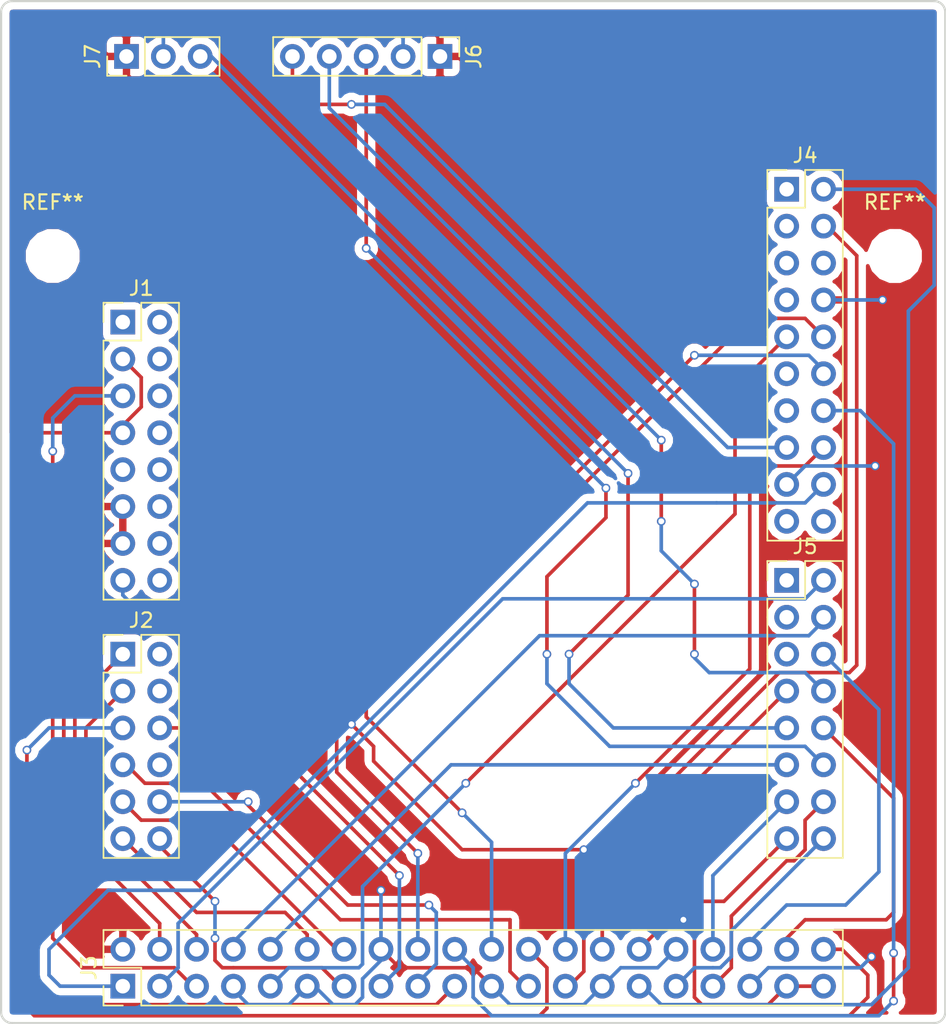
<source format=kicad_pcb>
(kicad_pcb (version 4) (host pcbnew 4.0.7)

  (general
    (links 52)
    (no_connects 0)
    (area 88.316999 54.026999 153.491001 124.535001)
    (thickness 1.6)
    (drawings 8)
    (tracks 308)
    (zones 0)
    (modules 9)
    (nets 61)
  )

  (page A4)
  (layers
    (0 F.Cu signal hide)
    (31 B.Cu signal)
    (32 B.Adhes user)
    (33 F.Adhes user)
    (34 B.Paste user)
    (35 F.Paste user)
    (36 B.SilkS user)
    (37 F.SilkS user)
    (38 B.Mask user)
    (39 F.Mask user)
    (40 Dwgs.User user)
    (41 Cmts.User user)
    (42 Eco1.User user)
    (43 Eco2.User user)
    (44 Edge.Cuts user)
    (45 Margin user)
    (46 B.CrtYd user)
    (47 F.CrtYd user)
    (48 B.Fab user)
    (49 F.Fab user)
  )

  (setup
    (last_trace_width 0.25)
    (trace_clearance 0.2)
    (zone_clearance 0.508)
    (zone_45_only no)
    (trace_min 0.2)
    (segment_width 0.2)
    (edge_width 0.15)
    (via_size 0.6)
    (via_drill 0.4)
    (via_min_size 0.4)
    (via_min_drill 0.3)
    (uvia_size 0.3)
    (uvia_drill 0.1)
    (uvias_allowed no)
    (uvia_min_size 0.2)
    (uvia_min_drill 0.1)
    (pcb_text_width 0.3)
    (pcb_text_size 1.5 1.5)
    (mod_edge_width 0.15)
    (mod_text_size 1 1)
    (mod_text_width 0.15)
    (pad_size 1.524 1.524)
    (pad_drill 0.762)
    (pad_to_mask_clearance 0.2)
    (aux_axis_origin 0 0)
    (grid_origin 79.248 130.556)
    (visible_elements 7FFFFFFF)
    (pcbplotparams
      (layerselection 0x00030_80000001)
      (usegerberextensions false)
      (excludeedgelayer true)
      (linewidth 0.100000)
      (plotframeref false)
      (viasonmask false)
      (mode 1)
      (useauxorigin false)
      (hpglpennumber 1)
      (hpglpenspeed 20)
      (hpglpendiameter 15)
      (hpglpenoverlay 2)
      (psnegative false)
      (psa4output false)
      (plotreference true)
      (plotvalue true)
      (plotinvisibletext false)
      (padsonsilk false)
      (subtractmaskfromsilk false)
      (outputformat 1)
      (mirror false)
      (drillshape 1)
      (scaleselection 1)
      (outputdirectory ""))
  )

  (net 0 "")
  (net 1 "Net-(J1-Pad1)")
  (net 2 "Net-(J1-Pad2)")
  (net 3 "Net-(J1-Pad4)")
  (net 4 "Net-(J1-Pad6)")
  (net 5 "Net-(J1-Pad8)")
  (net 6 "Net-(J1-Pad9)")
  (net 7 "Net-(J1-Pad10)")
  (net 8 /GND)
  (net 9 /5V)
  (net 10 "Net-(J2-Pad2)")
  (net 11 "Net-(J2-Pad4)")
  (net 12 "Net-(J2-Pad8)")
  (net 13 /A1)
  (net 14 /A2)
  (net 15 /B1)
  (net 16 /B2)
  (net 17 "Net-(J4-Pad1)")
  (net 18 /AO)
  (net 19 "Net-(J4-Pad6)")
  (net 20 "Net-(J4-Pad7)")
  (net 21 "Net-(J4-Pad11)")
  (net 22 "Net-(J4-Pad13)")
  (net 23 "Net-(J4-Pad19)")
  (net 24 "Net-(J4-Pad20)")
  (net 25 "Net-(J5-Pad1)")
  (net 26 "Net-(J5-Pad3)")
  (net 27 /CLK)
  (net 28 /SIG)
  (net 29 /SI)
  (net 30 /3v3)
  (net 31 /RST)
  (net 32 "Net-(J1-Pad12)")
  (net 33 "Net-(J1-Pad14)")
  (net 34 "Net-(J1-Pad16)")
  (net 35 /PTB2)
  (net 36 /PTB3)
  (net 37 /PTB10)
  (net 38 /ADC1_DP1)
  (net 39 /PTB11)
  (net 40 /PTC11)
  (net 41 /PTB20)
  (net 42 /PTC10)
  (net 43 /DAC0_OUT)
  (net 44 /ADC1_DP0)
  (net 45 /PTD3)
  (net 46 /PTD2)
  (net 47 /PTD1)
  (net 48 /PTE25)
  (net 49 /PTD0)
  (net 50 /PTC9)
  (net 51 /PTE24)
  (net 52 /PTB18)
  (net 53 /Rx3)
  (net 54 /Tx3)
  (net 55 /PTB19)
  (net 56 /PTA2)
  (net 57 /PTA1)
  (net 58 "Net-(J4-Pad3)")
  (net 59 "Net-(J4-Pad5)")
  (net 60 "Net-(J5-Pad5)")

  (net_class Default "This is the default net class."
    (clearance 0.2)
    (trace_width 0.25)
    (via_dia 0.6)
    (via_drill 0.4)
    (uvia_dia 0.3)
    (uvia_drill 0.1)
    (add_net /3v3)
    (add_net /5V)
    (add_net /A1)
    (add_net /A2)
    (add_net /ADC1_DP0)
    (add_net /ADC1_DP1)
    (add_net /AO)
    (add_net /B1)
    (add_net /B2)
    (add_net /CLK)
    (add_net /DAC0_OUT)
    (add_net /GND)
    (add_net /PTA1)
    (add_net /PTA2)
    (add_net /PTB10)
    (add_net /PTB11)
    (add_net /PTB18)
    (add_net /PTB19)
    (add_net /PTB2)
    (add_net /PTB20)
    (add_net /PTB3)
    (add_net /PTC10)
    (add_net /PTC11)
    (add_net /PTC9)
    (add_net /PTD0)
    (add_net /PTD1)
    (add_net /PTD2)
    (add_net /PTD3)
    (add_net /PTE24)
    (add_net /PTE25)
    (add_net /RST)
    (add_net /Rx3)
    (add_net /SI)
    (add_net /SIG)
    (add_net /Tx3)
    (add_net "Net-(J1-Pad1)")
    (add_net "Net-(J1-Pad10)")
    (add_net "Net-(J1-Pad12)")
    (add_net "Net-(J1-Pad14)")
    (add_net "Net-(J1-Pad16)")
    (add_net "Net-(J1-Pad2)")
    (add_net "Net-(J1-Pad4)")
    (add_net "Net-(J1-Pad6)")
    (add_net "Net-(J1-Pad8)")
    (add_net "Net-(J1-Pad9)")
    (add_net "Net-(J2-Pad2)")
    (add_net "Net-(J2-Pad4)")
    (add_net "Net-(J2-Pad8)")
    (add_net "Net-(J4-Pad1)")
    (add_net "Net-(J4-Pad11)")
    (add_net "Net-(J4-Pad13)")
    (add_net "Net-(J4-Pad19)")
    (add_net "Net-(J4-Pad20)")
    (add_net "Net-(J4-Pad3)")
    (add_net "Net-(J4-Pad5)")
    (add_net "Net-(J4-Pad6)")
    (add_net "Net-(J4-Pad7)")
    (add_net "Net-(J5-Pad1)")
    (add_net "Net-(J5-Pad3)")
    (add_net "Net-(J5-Pad5)")
  )

  (module Mounting_Holes:MountingHole_2.7mm_M2.5 (layer F.Cu) (tedit 56D1B4CB) (tstamp 5BF1E3A9)
    (at 149.948 71.65)
    (descr "Mounting Hole 2.7mm, no annular, M2.5")
    (tags "mounting hole 2.7mm no annular m2.5")
    (attr virtual)
    (fp_text reference REF** (at 0 -3.7) (layer F.SilkS)
      (effects (font (size 1 1) (thickness 0.15)))
    )
    (fp_text value MountingHole_2.7mm_M2.5 (at 0 3.7) (layer F.Fab)
      (effects (font (size 1 1) (thickness 0.15)))
    )
    (fp_text user %R (at 0.3 0) (layer F.Fab)
      (effects (font (size 1 1) (thickness 0.15)))
    )
    (fp_circle (center 0 0) (end 2.7 0) (layer Cmts.User) (width 0.15))
    (fp_circle (center 0 0) (end 2.95 0) (layer F.CrtYd) (width 0.05))
    (pad 1 np_thru_hole circle (at 0 0) (size 2.7 2.7) (drill 2.7) (layers *.Cu *.Mask))
  )

  (module Pin_Headers:Pin_Header_Straight_2x08_Pitch2.54mm locked (layer F.Cu) (tedit 59650532) (tstamp 5BEBBA18)
    (at 96.774 76.2)
    (descr "Through hole straight pin header, 2x08, 2.54mm pitch, double rows")
    (tags "Through hole pin header THT 2x08 2.54mm double row")
    (path /5BEBC742)
    (fp_text reference J1 (at 1.27 -2.33) (layer F.SilkS)
      (effects (font (size 1 1) (thickness 0.15)))
    )
    (fp_text value top_left_header_02x08 (at 1.27 20.11) (layer F.Fab)
      (effects (font (size 1 1) (thickness 0.15)))
    )
    (fp_line (start 0 -1.27) (end 3.81 -1.27) (layer F.Fab) (width 0.1))
    (fp_line (start 3.81 -1.27) (end 3.81 19.05) (layer F.Fab) (width 0.1))
    (fp_line (start 3.81 19.05) (end -1.27 19.05) (layer F.Fab) (width 0.1))
    (fp_line (start -1.27 19.05) (end -1.27 0) (layer F.Fab) (width 0.1))
    (fp_line (start -1.27 0) (end 0 -1.27) (layer F.Fab) (width 0.1))
    (fp_line (start -1.33 19.11) (end 3.87 19.11) (layer F.SilkS) (width 0.12))
    (fp_line (start -1.33 1.27) (end -1.33 19.11) (layer F.SilkS) (width 0.12))
    (fp_line (start 3.87 -1.33) (end 3.87 19.11) (layer F.SilkS) (width 0.12))
    (fp_line (start -1.33 1.27) (end 1.27 1.27) (layer F.SilkS) (width 0.12))
    (fp_line (start 1.27 1.27) (end 1.27 -1.33) (layer F.SilkS) (width 0.12))
    (fp_line (start 1.27 -1.33) (end 3.87 -1.33) (layer F.SilkS) (width 0.12))
    (fp_line (start -1.33 0) (end -1.33 -1.33) (layer F.SilkS) (width 0.12))
    (fp_line (start -1.33 -1.33) (end 0 -1.33) (layer F.SilkS) (width 0.12))
    (fp_line (start -1.8 -1.8) (end -1.8 19.55) (layer F.CrtYd) (width 0.05))
    (fp_line (start -1.8 19.55) (end 4.35 19.55) (layer F.CrtYd) (width 0.05))
    (fp_line (start 4.35 19.55) (end 4.35 -1.8) (layer F.CrtYd) (width 0.05))
    (fp_line (start 4.35 -1.8) (end -1.8 -1.8) (layer F.CrtYd) (width 0.05))
    (fp_text user %R (at 1.27 8.89 90) (layer F.Fab)
      (effects (font (size 1 1) (thickness 0.15)))
    )
    (pad 1 thru_hole rect (at 0 0) (size 1.7 1.7) (drill 1) (layers *.Cu *.Mask)
      (net 1 "Net-(J1-Pad1)"))
    (pad 2 thru_hole oval (at 2.54 0) (size 1.7 1.7) (drill 1) (layers *.Cu *.Mask)
      (net 2 "Net-(J1-Pad2)"))
    (pad 3 thru_hole oval (at 0 2.54) (size 1.7 1.7) (drill 1) (layers *.Cu *.Mask)
      (net 30 /3v3))
    (pad 4 thru_hole oval (at 2.54 2.54) (size 1.7 1.7) (drill 1) (layers *.Cu *.Mask)
      (net 3 "Net-(J1-Pad4)"))
    (pad 5 thru_hole oval (at 0 5.08) (size 1.7 1.7) (drill 1) (layers *.Cu *.Mask)
      (net 31 /RST))
    (pad 6 thru_hole oval (at 2.54 5.08) (size 1.7 1.7) (drill 1) (layers *.Cu *.Mask)
      (net 4 "Net-(J1-Pad6)"))
    (pad 7 thru_hole oval (at 0 7.62) (size 1.7 1.7) (drill 1) (layers *.Cu *.Mask)
      (net 30 /3v3))
    (pad 8 thru_hole oval (at 2.54 7.62) (size 1.7 1.7) (drill 1) (layers *.Cu *.Mask)
      (net 5 "Net-(J1-Pad8)"))
    (pad 9 thru_hole oval (at 0 10.16) (size 1.7 1.7) (drill 1) (layers *.Cu *.Mask)
      (net 6 "Net-(J1-Pad9)"))
    (pad 10 thru_hole oval (at 2.54 10.16) (size 1.7 1.7) (drill 1) (layers *.Cu *.Mask)
      (net 7 "Net-(J1-Pad10)"))
    (pad 11 thru_hole oval (at 0 12.7) (size 1.7 1.7) (drill 1) (layers *.Cu *.Mask)
      (net 8 /GND))
    (pad 12 thru_hole oval (at 2.54 12.7) (size 1.7 1.7) (drill 1) (layers *.Cu *.Mask)
      (net 32 "Net-(J1-Pad12)"))
    (pad 13 thru_hole oval (at 0 15.24) (size 1.7 1.7) (drill 1) (layers *.Cu *.Mask)
      (net 8 /GND))
    (pad 14 thru_hole oval (at 2.54 15.24) (size 1.7 1.7) (drill 1) (layers *.Cu *.Mask)
      (net 33 "Net-(J1-Pad14)"))
    (pad 15 thru_hole oval (at 0 17.78) (size 1.7 1.7) (drill 1) (layers *.Cu *.Mask)
      (net 9 /5V))
    (pad 16 thru_hole oval (at 2.54 17.78) (size 1.7 1.7) (drill 1) (layers *.Cu *.Mask)
      (net 34 "Net-(J1-Pad16)"))
    (model ${KISYS3DMOD}/Pin_Headers.3dshapes/Pin_Header_Straight_2x08_Pitch2.54mm.wrl
      (at (xyz 0 0 0))
      (scale (xyz 1 1 1))
      (rotate (xyz 0 0 0))
    )
  )

  (module Pin_Headers:Pin_Header_Straight_2x06_Pitch2.54mm locked (layer F.Cu) (tedit 59650532) (tstamp 5BEBBA28)
    (at 96.774 99.06)
    (descr "Through hole straight pin header, 2x06, 2.54mm pitch, double rows")
    (tags "Through hole pin header THT 2x06 2.54mm double row")
    (path /5BEBC80A)
    (fp_text reference J2 (at 1.27 -2.33) (layer F.SilkS)
      (effects (font (size 1 1) (thickness 0.15)))
    )
    (fp_text value bottom_left_header_02x06 (at 1.27 15.03) (layer F.Fab)
      (effects (font (size 1 1) (thickness 0.15)))
    )
    (fp_line (start 0 -1.27) (end 3.81 -1.27) (layer F.Fab) (width 0.1))
    (fp_line (start 3.81 -1.27) (end 3.81 13.97) (layer F.Fab) (width 0.1))
    (fp_line (start 3.81 13.97) (end -1.27 13.97) (layer F.Fab) (width 0.1))
    (fp_line (start -1.27 13.97) (end -1.27 0) (layer F.Fab) (width 0.1))
    (fp_line (start -1.27 0) (end 0 -1.27) (layer F.Fab) (width 0.1))
    (fp_line (start -1.33 14.03) (end 3.87 14.03) (layer F.SilkS) (width 0.12))
    (fp_line (start -1.33 1.27) (end -1.33 14.03) (layer F.SilkS) (width 0.12))
    (fp_line (start 3.87 -1.33) (end 3.87 14.03) (layer F.SilkS) (width 0.12))
    (fp_line (start -1.33 1.27) (end 1.27 1.27) (layer F.SilkS) (width 0.12))
    (fp_line (start 1.27 1.27) (end 1.27 -1.33) (layer F.SilkS) (width 0.12))
    (fp_line (start 1.27 -1.33) (end 3.87 -1.33) (layer F.SilkS) (width 0.12))
    (fp_line (start -1.33 0) (end -1.33 -1.33) (layer F.SilkS) (width 0.12))
    (fp_line (start -1.33 -1.33) (end 0 -1.33) (layer F.SilkS) (width 0.12))
    (fp_line (start -1.8 -1.8) (end -1.8 14.5) (layer F.CrtYd) (width 0.05))
    (fp_line (start -1.8 14.5) (end 4.35 14.5) (layer F.CrtYd) (width 0.05))
    (fp_line (start 4.35 14.5) (end 4.35 -1.8) (layer F.CrtYd) (width 0.05))
    (fp_line (start 4.35 -1.8) (end -1.8 -1.8) (layer F.CrtYd) (width 0.05))
    (fp_text user %R (at 1.27 6.35 90) (layer F.Fab)
      (effects (font (size 1 1) (thickness 0.15)))
    )
    (pad 1 thru_hole rect (at 0 0) (size 1.7 1.7) (drill 1) (layers *.Cu *.Mask)
      (net 35 /PTB2))
    (pad 2 thru_hole oval (at 2.54 0) (size 1.7 1.7) (drill 1) (layers *.Cu *.Mask)
      (net 10 "Net-(J2-Pad2)"))
    (pad 3 thru_hole oval (at 0 2.54) (size 1.7 1.7) (drill 1) (layers *.Cu *.Mask)
      (net 36 /PTB3))
    (pad 4 thru_hole oval (at 2.54 2.54) (size 1.7 1.7) (drill 1) (layers *.Cu *.Mask)
      (net 11 "Net-(J2-Pad4)"))
    (pad 5 thru_hole oval (at 0 5.08) (size 1.7 1.7) (drill 1) (layers *.Cu *.Mask)
      (net 37 /PTB10))
    (pad 6 thru_hole oval (at 2.54 5.08) (size 1.7 1.7) (drill 1) (layers *.Cu *.Mask)
      (net 38 /ADC1_DP1))
    (pad 7 thru_hole oval (at 0 7.62) (size 1.7 1.7) (drill 1) (layers *.Cu *.Mask)
      (net 39 /PTB11))
    (pad 8 thru_hole oval (at 2.54 7.62) (size 1.7 1.7) (drill 1) (layers *.Cu *.Mask)
      (net 12 "Net-(J2-Pad8)"))
    (pad 9 thru_hole oval (at 0 10.16) (size 1.7 1.7) (drill 1) (layers *.Cu *.Mask)
      (net 40 /PTC11))
    (pad 10 thru_hole oval (at 2.54 10.16) (size 1.7 1.7) (drill 1) (layers *.Cu *.Mask)
      (net 41 /PTB20))
    (pad 11 thru_hole oval (at 0 12.7) (size 1.7 1.7) (drill 1) (layers *.Cu *.Mask)
      (net 42 /PTC10))
    (pad 12 thru_hole oval (at 2.54 12.7) (size 1.7 1.7) (drill 1) (layers *.Cu *.Mask)
      (net 43 /DAC0_OUT))
    (model ${KISYS3DMOD}/Pin_Headers.3dshapes/Pin_Header_Straight_2x06_Pitch2.54mm.wrl
      (at (xyz 0 0 0))
      (scale (xyz 1 1 1))
      (rotate (xyz 0 0 0))
    )
  )

  (module Pin_Headers:Pin_Header_Straight_2x20_Pitch2.54mm (layer F.Cu) (tedit 59650533) (tstamp 5BEBBA54)
    (at 96.774 121.92 90)
    (descr "Through hole straight pin header, 2x20, 2.54mm pitch, double rows")
    (tags "Through hole pin header THT 2x20 2.54mm double row")
    (path /5BEBCC38)
    (fp_text reference J3 (at 1.27 -2.33 90) (layer F.SilkS)
      (effects (font (size 1 1) (thickness 0.15)))
    )
    (fp_text value rpi_motor_driver_header (at 1.27 50.59 90) (layer F.Fab)
      (effects (font (size 1 1) (thickness 0.15)))
    )
    (fp_line (start 0 -1.27) (end 3.81 -1.27) (layer F.Fab) (width 0.1))
    (fp_line (start 3.81 -1.27) (end 3.81 49.53) (layer F.Fab) (width 0.1))
    (fp_line (start 3.81 49.53) (end -1.27 49.53) (layer F.Fab) (width 0.1))
    (fp_line (start -1.27 49.53) (end -1.27 0) (layer F.Fab) (width 0.1))
    (fp_line (start -1.27 0) (end 0 -1.27) (layer F.Fab) (width 0.1))
    (fp_line (start -1.33 49.59) (end 3.87 49.59) (layer F.SilkS) (width 0.12))
    (fp_line (start -1.33 1.27) (end -1.33 49.59) (layer F.SilkS) (width 0.12))
    (fp_line (start 3.87 -1.33) (end 3.87 49.59) (layer F.SilkS) (width 0.12))
    (fp_line (start -1.33 1.27) (end 1.27 1.27) (layer F.SilkS) (width 0.12))
    (fp_line (start 1.27 1.27) (end 1.27 -1.33) (layer F.SilkS) (width 0.12))
    (fp_line (start 1.27 -1.33) (end 3.87 -1.33) (layer F.SilkS) (width 0.12))
    (fp_line (start -1.33 0) (end -1.33 -1.33) (layer F.SilkS) (width 0.12))
    (fp_line (start -1.33 -1.33) (end 0 -1.33) (layer F.SilkS) (width 0.12))
    (fp_line (start -1.8 -1.8) (end -1.8 50.05) (layer F.CrtYd) (width 0.05))
    (fp_line (start -1.8 50.05) (end 4.35 50.05) (layer F.CrtYd) (width 0.05))
    (fp_line (start 4.35 50.05) (end 4.35 -1.8) (layer F.CrtYd) (width 0.05))
    (fp_line (start 4.35 -1.8) (end -1.8 -1.8) (layer F.CrtYd) (width 0.05))
    (fp_text user %R (at 1.27 24.13 180) (layer F.Fab)
      (effects (font (size 1 1) (thickness 0.15)))
    )
    (pad 1 thru_hole rect (at 0 0 90) (size 1.7 1.7) (drill 1) (layers *.Cu *.Mask)
      (net 16 /B2))
    (pad 2 thru_hole oval (at 2.54 0 90) (size 1.7 1.7) (drill 1) (layers *.Cu *.Mask)
      (net 8 /GND))
    (pad 3 thru_hole oval (at 0 2.54 90) (size 1.7 1.7) (drill 1) (layers *.Cu *.Mask)
      (net 15 /B1))
    (pad 4 thru_hole oval (at 2.54 2.54 90) (size 1.7 1.7) (drill 1) (layers *.Cu *.Mask)
      (net 35 /PTB2))
    (pad 5 thru_hole oval (at 0 5.08 90) (size 1.7 1.7) (drill 1) (layers *.Cu *.Mask)
      (net 31 /RST))
    (pad 6 thru_hole oval (at 2.54 5.08 90) (size 1.7 1.7) (drill 1) (layers *.Cu *.Mask)
      (net 36 /PTB3))
    (pad 7 thru_hole oval (at 0 7.62 90) (size 1.7 1.7) (drill 1) (layers *.Cu *.Mask)
      (net 8 /GND))
    (pad 8 thru_hole oval (at 2.54 7.62 90) (size 1.7 1.7) (drill 1) (layers *.Cu *.Mask)
      (net 14 /A2))
    (pad 9 thru_hole oval (at 0 10.16 90) (size 1.7 1.7) (drill 1) (layers *.Cu *.Mask)
      (net 44 /ADC1_DP0))
    (pad 10 thru_hole oval (at 2.54 10.16 90) (size 1.7 1.7) (drill 1) (layers *.Cu *.Mask)
      (net 13 /A1))
    (pad 11 thru_hole oval (at 0 12.7 90) (size 1.7 1.7) (drill 1) (layers *.Cu *.Mask)
      (net 8 /GND))
    (pad 12 thru_hole oval (at 2.54 12.7 90) (size 1.7 1.7) (drill 1) (layers *.Cu *.Mask)
      (net 42 /PTC10))
    (pad 13 thru_hole oval (at 0 15.24 90) (size 1.7 1.7) (drill 1) (layers *.Cu *.Mask)
      (net 43 /DAC0_OUT))
    (pad 14 thru_hole oval (at 2.54 15.24 90) (size 1.7 1.7) (drill 1) (layers *.Cu *.Mask)
      (net 40 /PTC11))
    (pad 15 thru_hole oval (at 0 17.78 90) (size 1.7 1.7) (drill 1) (layers *.Cu *.Mask)
      (net 38 /ADC1_DP1))
    (pad 16 thru_hole oval (at 2.54 17.78 90) (size 1.7 1.7) (drill 1) (layers *.Cu *.Mask)
      (net 8 /GND))
    (pad 17 thru_hole oval (at 0 20.32 90) (size 1.7 1.7) (drill 1) (layers *.Cu *.Mask)
      (net 41 /PTB20))
    (pad 18 thru_hole oval (at 2.54 20.32 90) (size 1.7 1.7) (drill 1) (layers *.Cu *.Mask)
      (net 45 /PTD3))
    (pad 19 thru_hole oval (at 0 22.86 90) (size 1.7 1.7) (drill 1) (layers *.Cu *.Mask)
      (net 37 /PTB10))
    (pad 20 thru_hole oval (at 2.54 22.86 90) (size 1.7 1.7) (drill 1) (layers *.Cu *.Mask)
      (net 46 /PTD2))
    (pad 21 thru_hole oval (at 0 25.4 90) (size 1.7 1.7) (drill 1) (layers *.Cu *.Mask)
      (net 8 /GND))
    (pad 22 thru_hole oval (at 2.54 25.4 90) (size 1.7 1.7) (drill 1) (layers *.Cu *.Mask)
      (net 47 /PTD1))
    (pad 23 thru_hole oval (at 0 27.94 90) (size 1.7 1.7) (drill 1) (layers *.Cu *.Mask)
      (net 39 /PTB11))
    (pad 24 thru_hole oval (at 2.54 27.94 90) (size 1.7 1.7) (drill 1) (layers *.Cu *.Mask)
      (net 30 /3v3))
    (pad 25 thru_hole oval (at 0 30.48 90) (size 1.7 1.7) (drill 1) (layers *.Cu *.Mask)
      (net 48 /PTE25))
    (pad 26 thru_hole oval (at 2.54 30.48 90) (size 1.7 1.7) (drill 1) (layers *.Cu *.Mask)
      (net 49 /PTD0))
    (pad 27 thru_hole oval (at 0 33.02 90) (size 1.7 1.7) (drill 1) (layers *.Cu *.Mask)
      (net 8 /GND))
    (pad 28 thru_hole oval (at 2.54 33.02 90) (size 1.7 1.7) (drill 1) (layers *.Cu *.Mask)
      (net 50 /PTC9))
    (pad 29 thru_hole oval (at 0 35.56 90) (size 1.7 1.7) (drill 1) (layers *.Cu *.Mask)
      (net 51 /PTE24))
    (pad 30 thru_hole oval (at 2.54 35.56 90) (size 1.7 1.7) (drill 1) (layers *.Cu *.Mask)
      (net 52 /PTB18))
    (pad 31 thru_hole oval (at 0 38.1 90) (size 1.7 1.7) (drill 1) (layers *.Cu *.Mask)
      (net 53 /Rx3))
    (pad 32 thru_hole oval (at 2.54 38.1 90) (size 1.7 1.7) (drill 1) (layers *.Cu *.Mask)
      (net 8 /GND))
    (pad 33 thru_hole oval (at 0 40.64 90) (size 1.7 1.7) (drill 1) (layers *.Cu *.Mask)
      (net 54 /Tx3))
    (pad 34 thru_hole oval (at 2.54 40.64 90) (size 1.7 1.7) (drill 1) (layers *.Cu *.Mask)
      (net 55 /PTB19))
    (pad 35 thru_hole oval (at 0 43.18 90) (size 1.7 1.7) (drill 1) (layers *.Cu *.Mask)
      (net 8 /GND))
    (pad 36 thru_hole oval (at 2.54 43.18 90) (size 1.7 1.7) (drill 1) (layers *.Cu *.Mask)
      (net 56 /PTA2))
    (pad 37 thru_hole oval (at 0 45.72 90) (size 1.7 1.7) (drill 1) (layers *.Cu *.Mask)
      (net 9 /5V))
    (pad 38 thru_hole oval (at 2.54 45.72 90) (size 1.7 1.7) (drill 1) (layers *.Cu *.Mask)
      (net 57 /PTA1))
    (pad 39 thru_hole oval (at 0 48.26 90) (size 1.7 1.7) (drill 1) (layers *.Cu *.Mask)
      (net 9 /5V))
    (pad 40 thru_hole oval (at 2.54 48.26 90) (size 1.7 1.7) (drill 1) (layers *.Cu *.Mask)
      (net 30 /3v3))
    (model ${KISYS3DMOD}/Pin_Headers.3dshapes/Pin_Header_Straight_2x20_Pitch2.54mm.wrl
      (at (xyz 0 0 0))
      (scale (xyz 1 1 1))
      (rotate (xyz 0 0 0))
    )
  )

  (module Pin_Headers:Pin_Header_Straight_2x10_Pitch2.54mm locked (layer F.Cu) (tedit 59650532) (tstamp 5BEBBA6C)
    (at 142.494 67.056)
    (descr "Through hole straight pin header, 2x10, 2.54mm pitch, double rows")
    (tags "Through hole pin header THT 2x10 2.54mm double row")
    (path /5BEBC857)
    (fp_text reference J4 (at 1.27 -2.33) (layer F.SilkS)
      (effects (font (size 1 1) (thickness 0.15)))
    )
    (fp_text value top_right_header_02x10 (at 1.27 25.19) (layer F.Fab)
      (effects (font (size 1 1) (thickness 0.15)))
    )
    (fp_line (start 0 -1.27) (end 3.81 -1.27) (layer F.Fab) (width 0.1))
    (fp_line (start 3.81 -1.27) (end 3.81 24.13) (layer F.Fab) (width 0.1))
    (fp_line (start 3.81 24.13) (end -1.27 24.13) (layer F.Fab) (width 0.1))
    (fp_line (start -1.27 24.13) (end -1.27 0) (layer F.Fab) (width 0.1))
    (fp_line (start -1.27 0) (end 0 -1.27) (layer F.Fab) (width 0.1))
    (fp_line (start -1.33 24.19) (end 3.87 24.19) (layer F.SilkS) (width 0.12))
    (fp_line (start -1.33 1.27) (end -1.33 24.19) (layer F.SilkS) (width 0.12))
    (fp_line (start 3.87 -1.33) (end 3.87 24.19) (layer F.SilkS) (width 0.12))
    (fp_line (start -1.33 1.27) (end 1.27 1.27) (layer F.SilkS) (width 0.12))
    (fp_line (start 1.27 1.27) (end 1.27 -1.33) (layer F.SilkS) (width 0.12))
    (fp_line (start 1.27 -1.33) (end 3.87 -1.33) (layer F.SilkS) (width 0.12))
    (fp_line (start -1.33 0) (end -1.33 -1.33) (layer F.SilkS) (width 0.12))
    (fp_line (start -1.33 -1.33) (end 0 -1.33) (layer F.SilkS) (width 0.12))
    (fp_line (start -1.8 -1.8) (end -1.8 24.65) (layer F.CrtYd) (width 0.05))
    (fp_line (start -1.8 24.65) (end 4.35 24.65) (layer F.CrtYd) (width 0.05))
    (fp_line (start 4.35 24.65) (end 4.35 -1.8) (layer F.CrtYd) (width 0.05))
    (fp_line (start 4.35 -1.8) (end -1.8 -1.8) (layer F.CrtYd) (width 0.05))
    (fp_text user %R (at 1.27 11.43 90) (layer F.Fab)
      (effects (font (size 1 1) (thickness 0.15)))
    )
    (pad 1 thru_hole rect (at 0 0) (size 1.7 1.7) (drill 1) (layers *.Cu *.Mask)
      (net 17 "Net-(J4-Pad1)"))
    (pad 2 thru_hole oval (at 2.54 0) (size 1.7 1.7) (drill 1) (layers *.Cu *.Mask)
      (net 51 /PTE24))
    (pad 3 thru_hole oval (at 0 2.54) (size 1.7 1.7) (drill 1) (layers *.Cu *.Mask)
      (net 58 "Net-(J4-Pad3)"))
    (pad 4 thru_hole oval (at 2.54 2.54) (size 1.7 1.7) (drill 1) (layers *.Cu *.Mask)
      (net 48 /PTE25))
    (pad 5 thru_hole oval (at 0 5.08) (size 1.7 1.7) (drill 1) (layers *.Cu *.Mask)
      (net 59 "Net-(J4-Pad5)"))
    (pad 6 thru_hole oval (at 2.54 5.08) (size 1.7 1.7) (drill 1) (layers *.Cu *.Mask)
      (net 19 "Net-(J4-Pad6)"))
    (pad 7 thru_hole oval (at 0 7.62) (size 1.7 1.7) (drill 1) (layers *.Cu *.Mask)
      (net 20 "Net-(J4-Pad7)"))
    (pad 8 thru_hole oval (at 2.54 7.62) (size 1.7 1.7) (drill 1) (layers *.Cu *.Mask)
      (net 8 /GND))
    (pad 9 thru_hole oval (at 0 10.16) (size 1.7 1.7) (drill 1) (layers *.Cu *.Mask)
      (net 44 /ADC1_DP0))
    (pad 10 thru_hole oval (at 2.54 10.16) (size 1.7 1.7) (drill 1) (layers *.Cu *.Mask)
      (net 47 /PTD1))
    (pad 11 thru_hole oval (at 0 12.7) (size 1.7 1.7) (drill 1) (layers *.Cu *.Mask)
      (net 21 "Net-(J4-Pad11)"))
    (pad 12 thru_hole oval (at 2.54 12.7) (size 1.7 1.7) (drill 1) (layers *.Cu *.Mask)
      (net 45 /PTD3))
    (pad 13 thru_hole oval (at 0 15.24) (size 1.7 1.7) (drill 1) (layers *.Cu *.Mask)
      (net 22 "Net-(J4-Pad13)"))
    (pad 14 thru_hole oval (at 2.54 15.24) (size 1.7 1.7) (drill 1) (layers *.Cu *.Mask)
      (net 46 /PTD2))
    (pad 15 thru_hole oval (at 0 17.78) (size 1.7 1.7) (drill 1) (layers *.Cu *.Mask)
      (net 18 /AO))
    (pad 16 thru_hole oval (at 2.54 17.78) (size 1.7 1.7) (drill 1) (layers *.Cu *.Mask)
      (net 49 /PTD0))
    (pad 17 thru_hole oval (at 0 20.32) (size 1.7 1.7) (drill 1) (layers *.Cu *.Mask)
      (net 8 /GND))
    (pad 18 thru_hole oval (at 2.54 20.32) (size 1.7 1.7) (drill 1) (layers *.Cu *.Mask)
      (net 16 /B2))
    (pad 19 thru_hole oval (at 0 22.86) (size 1.7 1.7) (drill 1) (layers *.Cu *.Mask)
      (net 23 "Net-(J4-Pad19)"))
    (pad 20 thru_hole oval (at 2.54 22.86) (size 1.7 1.7) (drill 1) (layers *.Cu *.Mask)
      (net 24 "Net-(J4-Pad20)"))
    (model ${KISYS3DMOD}/Pin_Headers.3dshapes/Pin_Header_Straight_2x10_Pitch2.54mm.wrl
      (at (xyz 0 0 0))
      (scale (xyz 1 1 1))
      (rotate (xyz 0 0 0))
    )
  )

  (module Pin_Headers:Pin_Header_Straight_2x08_Pitch2.54mm locked (layer F.Cu) (tedit 59650532) (tstamp 5BEBBA80)
    (at 142.494 93.98)
    (descr "Through hole straight pin header, 2x08, 2.54mm pitch, double rows")
    (tags "Through hole pin header THT 2x08 2.54mm double row")
    (path /5BEBCB19)
    (fp_text reference J5 (at 1.27 -2.33) (layer F.SilkS)
      (effects (font (size 1 1) (thickness 0.15)))
    )
    (fp_text value bottom_right_header_02x08 (at 1.27 20.11) (layer F.Fab)
      (effects (font (size 1 1) (thickness 0.15)))
    )
    (fp_line (start 0 -1.27) (end 3.81 -1.27) (layer F.Fab) (width 0.1))
    (fp_line (start 3.81 -1.27) (end 3.81 19.05) (layer F.Fab) (width 0.1))
    (fp_line (start 3.81 19.05) (end -1.27 19.05) (layer F.Fab) (width 0.1))
    (fp_line (start -1.27 19.05) (end -1.27 0) (layer F.Fab) (width 0.1))
    (fp_line (start -1.27 0) (end 0 -1.27) (layer F.Fab) (width 0.1))
    (fp_line (start -1.33 19.11) (end 3.87 19.11) (layer F.SilkS) (width 0.12))
    (fp_line (start -1.33 1.27) (end -1.33 19.11) (layer F.SilkS) (width 0.12))
    (fp_line (start 3.87 -1.33) (end 3.87 19.11) (layer F.SilkS) (width 0.12))
    (fp_line (start -1.33 1.27) (end 1.27 1.27) (layer F.SilkS) (width 0.12))
    (fp_line (start 1.27 1.27) (end 1.27 -1.33) (layer F.SilkS) (width 0.12))
    (fp_line (start 1.27 -1.33) (end 3.87 -1.33) (layer F.SilkS) (width 0.12))
    (fp_line (start -1.33 0) (end -1.33 -1.33) (layer F.SilkS) (width 0.12))
    (fp_line (start -1.33 -1.33) (end 0 -1.33) (layer F.SilkS) (width 0.12))
    (fp_line (start -1.8 -1.8) (end -1.8 19.55) (layer F.CrtYd) (width 0.05))
    (fp_line (start -1.8 19.55) (end 4.35 19.55) (layer F.CrtYd) (width 0.05))
    (fp_line (start 4.35 19.55) (end 4.35 -1.8) (layer F.CrtYd) (width 0.05))
    (fp_line (start 4.35 -1.8) (end -1.8 -1.8) (layer F.CrtYd) (width 0.05))
    (fp_text user %R (at 1.27 8.89 90) (layer F.Fab)
      (effects (font (size 1 1) (thickness 0.15)))
    )
    (pad 1 thru_hole rect (at 0 0) (size 1.7 1.7) (drill 1) (layers *.Cu *.Mask)
      (net 25 "Net-(J5-Pad1)"))
    (pad 2 thru_hole oval (at 2.54 0) (size 1.7 1.7) (drill 1) (layers *.Cu *.Mask)
      (net 15 /B1))
    (pad 3 thru_hole oval (at 0 2.54) (size 1.7 1.7) (drill 1) (layers *.Cu *.Mask)
      (net 26 "Net-(J5-Pad3)"))
    (pad 4 thru_hole oval (at 2.54 2.54) (size 1.7 1.7) (drill 1) (layers *.Cu *.Mask)
      (net 14 /A2))
    (pad 5 thru_hole oval (at 0 5.08) (size 1.7 1.7) (drill 1) (layers *.Cu *.Mask)
      (net 60 "Net-(J5-Pad5)"))
    (pad 6 thru_hole oval (at 2.54 5.08) (size 1.7 1.7) (drill 1) (layers *.Cu *.Mask)
      (net 56 /PTA2))
    (pad 7 thru_hole oval (at 0 7.62) (size 1.7 1.7) (drill 1) (layers *.Cu *.Mask)
      (net 50 /PTC9))
    (pad 8 thru_hole oval (at 2.54 7.62) (size 1.7 1.7) (drill 1) (layers *.Cu *.Mask)
      (net 29 /SI))
    (pad 9 thru_hole oval (at 0 10.16) (size 1.7 1.7) (drill 1) (layers *.Cu *.Mask)
      (net 28 /SIG))
    (pad 10 thru_hole oval (at 2.54 10.16) (size 1.7 1.7) (drill 1) (layers *.Cu *.Mask)
      (net 57 /PTA1))
    (pad 11 thru_hole oval (at 0 12.7) (size 1.7 1.7) (drill 1) (layers *.Cu *.Mask)
      (net 13 /A1))
    (pad 12 thru_hole oval (at 2.54 12.7) (size 1.7 1.7) (drill 1) (layers *.Cu *.Mask)
      (net 27 /CLK))
    (pad 13 thru_hole oval (at 0 15.24) (size 1.7 1.7) (drill 1) (layers *.Cu *.Mask)
      (net 55 /PTB19))
    (pad 14 thru_hole oval (at 2.54 15.24) (size 1.7 1.7) (drill 1) (layers *.Cu *.Mask)
      (net 54 /Tx3))
    (pad 15 thru_hole oval (at 0 17.78) (size 1.7 1.7) (drill 1) (layers *.Cu *.Mask)
      (net 52 /PTB18))
    (pad 16 thru_hole oval (at 2.54 17.78) (size 1.7 1.7) (drill 1) (layers *.Cu *.Mask)
      (net 53 /Rx3))
    (model ${KISYS3DMOD}/Pin_Headers.3dshapes/Pin_Header_Straight_2x08_Pitch2.54mm.wrl
      (at (xyz 0 0 0))
      (scale (xyz 1 1 1))
      (rotate (xyz 0 0 0))
    )
  )

  (module Pin_Headers:Pin_Header_Straight_1x05_Pitch2.54mm (layer F.Cu) (tedit 59650532) (tstamp 5BEBBA89)
    (at 118.618 57.912 270)
    (descr "Through hole straight pin header, 1x05, 2.54mm pitch, single row")
    (tags "Through hole pin header THT 1x05 2.54mm single row")
    (path /5BEBD558)
    (fp_text reference J6 (at 0 -2.33 270) (layer F.SilkS)
      (effects (font (size 1 1) (thickness 0.15)))
    )
    (fp_text value camera_header_01x05 (at 0 12.49 270) (layer F.Fab)
      (effects (font (size 1 1) (thickness 0.15)))
    )
    (fp_line (start -0.635 -1.27) (end 1.27 -1.27) (layer F.Fab) (width 0.1))
    (fp_line (start 1.27 -1.27) (end 1.27 11.43) (layer F.Fab) (width 0.1))
    (fp_line (start 1.27 11.43) (end -1.27 11.43) (layer F.Fab) (width 0.1))
    (fp_line (start -1.27 11.43) (end -1.27 -0.635) (layer F.Fab) (width 0.1))
    (fp_line (start -1.27 -0.635) (end -0.635 -1.27) (layer F.Fab) (width 0.1))
    (fp_line (start -1.33 11.49) (end 1.33 11.49) (layer F.SilkS) (width 0.12))
    (fp_line (start -1.33 1.27) (end -1.33 11.49) (layer F.SilkS) (width 0.12))
    (fp_line (start 1.33 1.27) (end 1.33 11.49) (layer F.SilkS) (width 0.12))
    (fp_line (start -1.33 1.27) (end 1.33 1.27) (layer F.SilkS) (width 0.12))
    (fp_line (start -1.33 0) (end -1.33 -1.33) (layer F.SilkS) (width 0.12))
    (fp_line (start -1.33 -1.33) (end 0 -1.33) (layer F.SilkS) (width 0.12))
    (fp_line (start -1.8 -1.8) (end -1.8 11.95) (layer F.CrtYd) (width 0.05))
    (fp_line (start -1.8 11.95) (end 1.8 11.95) (layer F.CrtYd) (width 0.05))
    (fp_line (start 1.8 11.95) (end 1.8 -1.8) (layer F.CrtYd) (width 0.05))
    (fp_line (start 1.8 -1.8) (end -1.8 -1.8) (layer F.CrtYd) (width 0.05))
    (fp_text user %R (at 0 5.08 360) (layer F.Fab)
      (effects (font (size 1 1) (thickness 0.15)))
    )
    (pad 1 thru_hole rect (at 0 0 270) (size 1.7 1.7) (drill 1) (layers *.Cu *.Mask)
      (net 8 /GND))
    (pad 2 thru_hole oval (at 0 2.54 270) (size 1.7 1.7) (drill 1) (layers *.Cu *.Mask)
      (net 9 /5V))
    (pad 3 thru_hole oval (at 0 5.08 270) (size 1.7 1.7) (drill 1) (layers *.Cu *.Mask)
      (net 27 /CLK))
    (pad 4 thru_hole oval (at 0 7.62 270) (size 1.7 1.7) (drill 1) (layers *.Cu *.Mask)
      (net 29 /SI))
    (pad 5 thru_hole oval (at 0 10.16 270) (size 1.7 1.7) (drill 1) (layers *.Cu *.Mask)
      (net 18 /AO))
    (model ${KISYS3DMOD}/Pin_Headers.3dshapes/Pin_Header_Straight_1x05_Pitch2.54mm.wrl
      (at (xyz 0 0 0))
      (scale (xyz 1 1 1))
      (rotate (xyz 0 0 0))
    )
  )

  (module Pin_Headers:Pin_Header_Straight_1x03_Pitch2.54mm (layer F.Cu) (tedit 59650532) (tstamp 5BEBBA90)
    (at 97.028 57.912 90)
    (descr "Through hole straight pin header, 1x03, 2.54mm pitch, single row")
    (tags "Through hole pin header THT 1x03 2.54mm single row")
    (path /5BEBE0BE)
    (fp_text reference J7 (at 0 -2.33 90) (layer F.SilkS)
      (effects (font (size 1 1) (thickness 0.15)))
    )
    (fp_text value servo_header_01x03 (at 0 7.41 90) (layer F.Fab)
      (effects (font (size 1 1) (thickness 0.15)))
    )
    (fp_line (start -0.635 -1.27) (end 1.27 -1.27) (layer F.Fab) (width 0.1))
    (fp_line (start 1.27 -1.27) (end 1.27 6.35) (layer F.Fab) (width 0.1))
    (fp_line (start 1.27 6.35) (end -1.27 6.35) (layer F.Fab) (width 0.1))
    (fp_line (start -1.27 6.35) (end -1.27 -0.635) (layer F.Fab) (width 0.1))
    (fp_line (start -1.27 -0.635) (end -0.635 -1.27) (layer F.Fab) (width 0.1))
    (fp_line (start -1.33 6.41) (end 1.33 6.41) (layer F.SilkS) (width 0.12))
    (fp_line (start -1.33 1.27) (end -1.33 6.41) (layer F.SilkS) (width 0.12))
    (fp_line (start 1.33 1.27) (end 1.33 6.41) (layer F.SilkS) (width 0.12))
    (fp_line (start -1.33 1.27) (end 1.33 1.27) (layer F.SilkS) (width 0.12))
    (fp_line (start -1.33 0) (end -1.33 -1.33) (layer F.SilkS) (width 0.12))
    (fp_line (start -1.33 -1.33) (end 0 -1.33) (layer F.SilkS) (width 0.12))
    (fp_line (start -1.8 -1.8) (end -1.8 6.85) (layer F.CrtYd) (width 0.05))
    (fp_line (start -1.8 6.85) (end 1.8 6.85) (layer F.CrtYd) (width 0.05))
    (fp_line (start 1.8 6.85) (end 1.8 -1.8) (layer F.CrtYd) (width 0.05))
    (fp_line (start 1.8 -1.8) (end -1.8 -1.8) (layer F.CrtYd) (width 0.05))
    (fp_text user %R (at 0 2.54 180) (layer F.Fab)
      (effects (font (size 1 1) (thickness 0.15)))
    )
    (pad 1 thru_hole rect (at 0 0 90) (size 1.7 1.7) (drill 1) (layers *.Cu *.Mask)
      (net 8 /GND))
    (pad 2 thru_hole oval (at 0 2.54 90) (size 1.7 1.7) (drill 1) (layers *.Cu *.Mask)
      (net 9 /5V))
    (pad 3 thru_hole oval (at 0 5.08 90) (size 1.7 1.7) (drill 1) (layers *.Cu *.Mask)
      (net 28 /SIG))
    (model ${KISYS3DMOD}/Pin_Headers.3dshapes/Pin_Header_Straight_1x03_Pitch2.54mm.wrl
      (at (xyz 0 0 0))
      (scale (xyz 1 1 1))
      (rotate (xyz 0 0 0))
    )
  )

  (module Mounting_Holes:MountingHole_2.7mm_M2.5 (layer F.Cu) (tedit 56D1B4CB) (tstamp 5BF1E112)
    (at 91.948 71.65)
    (descr "Mounting Hole 2.7mm, no annular, M2.5")
    (tags "mounting hole 2.7mm no annular m2.5")
    (attr virtual)
    (fp_text reference REF** (at 0 -3.7) (layer F.SilkS)
      (effects (font (size 1 1) (thickness 0.15)))
    )
    (fp_text value MountingHole_2.7mm_M2.5 (at 0 3.7) (layer F.Fab)
      (effects (font (size 1 1) (thickness 0.15)))
    )
    (fp_text user %R (at 0.3 0) (layer F.Fab)
      (effects (font (size 1 1) (thickness 0.15)))
    )
    (fp_circle (center 0 0) (end 2.7 0) (layer Cmts.User) (width 0.15))
    (fp_circle (center 0 0) (end 2.95 0) (layer F.CrtYd) (width 0.05))
    (pad 1 np_thru_hole circle (at 0 0) (size 2.7 2.7) (drill 2.7) (layers *.Cu *.Mask))
  )

  (gr_line (start 88.392 54.864) (end 88.392 123.698) (angle 90) (layer Edge.Cuts) (width 0.15))
  (gr_line (start 152.654 54.102) (end 89.154 54.102) (angle 90) (layer Edge.Cuts) (width 0.15))
  (gr_line (start 153.416 123.698) (end 153.416 54.864) (angle 90) (layer Edge.Cuts) (width 0.15))
  (gr_line (start 89.154 124.46) (end 152.654 124.46) (angle 90) (layer Edge.Cuts) (width 0.15))
  (gr_arc (start 89.154 54.864) (end 88.392 54.864) (angle 90) (layer Edge.Cuts) (width 0.15))
  (gr_arc (start 152.654 54.864) (end 152.654 54.102) (angle 90) (layer Edge.Cuts) (width 0.15))
  (gr_arc (start 152.654 123.698) (end 153.416 123.698) (angle 90) (layer Edge.Cuts) (width 0.15))
  (gr_arc (start 89.154 123.698) (end 89.154 124.46) (angle 90) (layer Edge.Cuts) (width 0.15))

  (segment (start 142.494 87.376) (end 143.764 86.106) (width 0.25) (layer B.Cu) (net 8) (status 400000))
  (via (at 148.59 86.106) (size 0.6) (drill 0.4) (layers F.Cu B.Cu) (net 8))
  (segment (start 143.764 86.106) (end 148.59 86.106) (width 0.25) (layer B.Cu) (net 8) (tstamp 5BF20B64))
  (segment (start 145.034 74.676) (end 149.098 74.676) (width 0.25) (layer B.Cu) (net 8) (status 400000))
  (via (at 149.098 74.676) (size 0.6) (drill 0.4) (layers F.Cu B.Cu) (net 8))
  (segment (start 109.474 121.92) (end 109.982 121.92) (width 0.25) (layer B.Cu) (net 8) (status C00000))
  (segment (start 109.982 121.92) (end 111.252 123.19) (width 0.25) (layer B.Cu) (net 8) (tstamp 5BF20B31) (status 400000))
  (segment (start 113.284 121.412) (end 114.554 120.142) (width 0.25) (layer B.Cu) (net 8) (tstamp 5BF20B36) (status 800000))
  (segment (start 113.284 122.682) (end 113.284 121.412) (width 0.25) (layer B.Cu) (net 8) (tstamp 5BF20B35))
  (segment (start 112.776 123.19) (end 113.284 122.682) (width 0.25) (layer B.Cu) (net 8) (tstamp 5BF20B34))
  (segment (start 111.252 123.19) (end 112.776 123.19) (width 0.25) (layer B.Cu) (net 8) (tstamp 5BF20B32))
  (segment (start 114.554 120.142) (end 114.554 119.38) (width 0.25) (layer B.Cu) (net 8) (tstamp 5BF20B38) (status C00000))
  (segment (start 114.554 119.38) (end 114.554 115.316) (width 0.25) (layer B.Cu) (net 8) (status 400000))
  (via (at 114.554 115.316) (size 0.6) (drill 0.4) (layers F.Cu B.Cu) (net 8))
  (segment (start 139.954 121.92) (end 141.224 120.65) (width 0.25) (layer B.Cu) (net 8))
  (via (at 148.336 119.888) (size 0.6) (drill 0.4) (layers F.Cu B.Cu) (net 8))
  (segment (start 147.574 120.65) (end 148.336 119.888) (width 0.25) (layer B.Cu) (net 8) (tstamp 5BF20AA7))
  (segment (start 141.224 120.65) (end 147.574 120.65) (width 0.25) (layer B.Cu) (net 8) (tstamp 5BF20AA6))
  (segment (start 104.394 121.92) (end 104.394 122.174) (width 0.25) (layer B.Cu) (net 8))
  (segment (start 104.394 122.174) (end 105.41 123.19) (width 0.25) (layer B.Cu) (net 8) (tstamp 5BF20852))
  (segment (start 105.41 123.19) (end 108.204 123.19) (width 0.25) (layer B.Cu) (net 8) (tstamp 5BF20853))
  (segment (start 108.204 123.19) (end 109.474 121.92) (width 0.25) (layer B.Cu) (net 8) (tstamp 5BF20857))
  (segment (start 129.794 121.92) (end 131.064 120.65) (width 0.25) (layer B.Cu) (net 8))
  (segment (start 133.604 120.65) (end 134.874 119.38) (width 0.25) (layer B.Cu) (net 8) (tstamp 5BF2082A))
  (segment (start 131.064 120.65) (end 133.604 120.65) (width 0.25) (layer B.Cu) (net 8) (tstamp 5BF20829))
  (segment (start 122.174 121.92) (end 123.444 123.19) (width 0.25) (layer B.Cu) (net 8))
  (segment (start 128.524 123.19) (end 129.794 121.92) (width 0.25) (layer B.Cu) (net 8) (tstamp 5BF2081F))
  (segment (start 123.444 123.19) (end 128.524 123.19) (width 0.25) (layer B.Cu) (net 8) (tstamp 5BF2081C))
  (segment (start 114.554 119.38) (end 115.824 120.65) (width 0.25) (layer F.Cu) (net 8))
  (segment (start 120.904 120.65) (end 122.174 121.92) (width 0.25) (layer F.Cu) (net 8) (tstamp 5BF20805))
  (segment (start 115.824 120.65) (end 120.904 120.65) (width 0.25) (layer F.Cu) (net 8) (tstamp 5BF20803))
  (segment (start 99.568 57.912) (end 99.568 56.388) (width 0.25) (layer B.Cu) (net 9) (status 400000))
  (segment (start 99.568 56.388) (end 100.33 55.626) (width 0.25) (layer B.Cu) (net 9) (tstamp 5BF20BC5))
  (segment (start 116.078 57.912) (end 116.078 56.642) (width 0.25) (layer B.Cu) (net 9) (status 400000))
  (segment (start 116.078 56.642) (end 115.316 55.88) (width 0.25) (layer B.Cu) (net 9) (tstamp 5BF20BC2))
  (segment (start 96.774 93.98) (end 96.774 94.996) (width 0.25) (layer B.Cu) (net 9))
  (segment (start 96.774 94.996) (end 98.298 96.52) (width 0.25) (layer B.Cu) (net 9) (tstamp 5BF209BA))
  (segment (start 98.298 96.52) (end 105.156 96.52) (width 0.25) (layer B.Cu) (net 9) (tstamp 5BF209BE))
  (segment (start 105.156 96.52) (end 112.522 103.886) (width 0.25) (layer B.Cu) (net 9) (tstamp 5BF209C0))
  (via (at 112.522 103.886) (size 0.6) (drill 0.4) (layers F.Cu B.Cu) (net 9))
  (segment (start 112.522 103.886) (end 114.046 105.41) (width 0.25) (layer F.Cu) (net 9) (tstamp 5BF209CF))
  (segment (start 114.046 105.41) (end 114.046 106.426) (width 0.25) (layer F.Cu) (net 9) (tstamp 5BF209D0))
  (segment (start 114.046 106.426) (end 120.142 112.522) (width 0.25) (layer F.Cu) (net 9) (tstamp 5BF209D2))
  (segment (start 120.142 112.522) (end 128.524 112.522) (width 0.25) (layer F.Cu) (net 9) (tstamp 5BF209D9))
  (via (at 128.524 112.522) (size 0.6) (drill 0.4) (layers F.Cu B.Cu) (net 9))
  (segment (start 128.524 112.522) (end 133.35 117.348) (width 0.25) (layer B.Cu) (net 9) (tstamp 5BF209E1))
  (segment (start 133.35 117.348) (end 135.382 117.348) (width 0.25) (layer B.Cu) (net 9) (tstamp 5BF209E2))
  (via (at 135.382 117.348) (size 0.6) (drill 0.4) (layers F.Cu B.Cu) (net 9))
  (segment (start 135.382 117.348) (end 136.144 118.11) (width 0.25) (layer F.Cu) (net 9) (tstamp 5BF209F7))
  (segment (start 136.144 118.11) (end 136.144 122.174) (width 0.25) (layer F.Cu) (net 9) (tstamp 5BF209F8))
  (segment (start 136.144 122.174) (end 136.144 122.682) (width 0.25) (layer F.Cu) (net 9) (tstamp 5BF209F9))
  (segment (start 136.144 122.682) (end 136.652 123.19) (width 0.25) (layer F.Cu) (net 9) (tstamp 5BF209FA))
  (segment (start 136.652 123.19) (end 141.224 123.19) (width 0.25) (layer F.Cu) (net 9) (tstamp 5BF20A09))
  (segment (start 141.224 123.19) (end 142.494 121.92) (width 0.25) (layer F.Cu) (net 9) (tstamp 5BF20A0B))
  (segment (start 142.494 121.92) (end 145.034 121.92) (width 0.25) (layer F.Cu) (net 9))
  (segment (start 106.934 119.38) (end 106.934 119.126) (width 0.25) (layer B.Cu) (net 13))
  (segment (start 106.934 119.126) (end 119.38 106.68) (width 0.25) (layer B.Cu) (net 13) (tstamp 5BF1FCA0))
  (segment (start 119.38 106.68) (end 142.494 106.68) (width 0.25) (layer B.Cu) (net 13) (tstamp 5BF1FCA4))
  (segment (start 104.394 119.38) (end 104.394 118.872) (width 0.25) (layer B.Cu) (net 14))
  (segment (start 104.394 118.872) (end 125.476 97.79) (width 0.25) (layer B.Cu) (net 14) (tstamp 5BF1FC7D))
  (segment (start 125.476 97.79) (end 144.018 97.79) (width 0.25) (layer B.Cu) (net 14) (tstamp 5BF1FC8B))
  (segment (start 144.018 97.79) (end 145.034 96.774) (width 0.25) (layer B.Cu) (net 14) (tstamp 5BF1FC90))
  (segment (start 145.034 96.774) (end 145.034 96.52) (width 0.25) (layer B.Cu) (net 14) (tstamp 5BF1FC91))
  (segment (start 99.314 121.92) (end 100.584 120.65) (width 0.25) (layer B.Cu) (net 15))
  (segment (start 143.764 95.25) (end 145.034 93.98) (width 0.25) (layer B.Cu) (net 15) (tstamp 5BF20242))
  (segment (start 122.936 95.25) (end 143.764 95.25) (width 0.25) (layer B.Cu) (net 15) (tstamp 5BF20235))
  (segment (start 100.584 117.602) (end 122.936 95.25) (width 0.25) (layer B.Cu) (net 15) (tstamp 5BF2022D))
  (segment (start 100.584 120.65) (end 100.584 117.602) (width 0.25) (layer B.Cu) (net 15) (tstamp 5BF2022A))
  (segment (start 137.668 88.646) (end 128.778 88.646) (width 0.25) (layer B.Cu) (net 16))
  (segment (start 92.456 121.92) (end 91.694 121.158) (width 0.25) (layer B.Cu) (net 16) (tstamp 5BF2041F))
  (segment (start 91.694 121.158) (end 91.694 119.38) (width 0.25) (layer B.Cu) (net 16) (tstamp 5BF20422))
  (segment (start 91.694 119.38) (end 95.758 115.316) (width 0.25) (layer B.Cu) (net 16) (tstamp 5BF20424))
  (segment (start 95.758 115.316) (end 102.108 115.316) (width 0.25) (layer B.Cu) (net 16) (tstamp 5BF20429))
  (segment (start 102.108 115.316) (end 116.650199 100.773801) (width 0.25) (layer B.Cu) (net 16) (tstamp 5BF2042B))
  (segment (start 116.650199 100.773801) (end 126.238 91.186) (width 0.25) (layer B.Cu) (net 16) (tstamp 5BF20438))
  (segment (start 137.668 88.646) (end 143.764 88.646) (width 0.25) (layer B.Cu) (net 16) (tstamp 5BF2045A))
  (segment (start 145.034 87.376) (end 143.764 88.646) (width 0.25) (layer B.Cu) (net 16) (tstamp 5BF2045C))
  (segment (start 92.456 121.92) (end 96.774 121.92) (width 0.25) (layer B.Cu) (net 16))
  (segment (start 128.778 88.646) (end 126.238 91.186) (width 0.25) (layer B.Cu) (net 16) (tstamp 5BF2046B))
  (segment (start 142.494 84.836) (end 138.43 84.836) (width 0.25) (layer B.Cu) (net 18))
  (segment (start 108.458 60.198) (end 108.458 57.912) (width 0.25) (layer F.Cu) (net 18) (tstamp 5BF20653))
  (segment (start 109.474 61.214) (end 108.458 60.198) (width 0.25) (layer F.Cu) (net 18) (tstamp 5BF20652))
  (segment (start 112.522 61.214) (end 109.474 61.214) (width 0.25) (layer F.Cu) (net 18) (tstamp 5BF20651))
  (via (at 112.522 61.214) (size 0.6) (drill 0.4) (layers F.Cu B.Cu) (net 18))
  (segment (start 114.808 61.214) (end 112.522 61.214) (width 0.25) (layer B.Cu) (net 18) (tstamp 5BF2064C))
  (segment (start 138.43 84.836) (end 114.808 61.214) (width 0.25) (layer B.Cu) (net 18) (tstamp 5BF20642))
  (segment (start 145.034 106.68) (end 143.764 105.41) (width 0.25) (layer B.Cu) (net 27))
  (segment (start 113.538 71.12) (end 113.538 57.912) (width 0.25) (layer F.Cu) (net 27) (tstamp 5BF20633))
  (via (at 113.538 71.12) (size 0.6) (drill 0.4) (layers F.Cu B.Cu) (net 27))
  (segment (start 130.048 87.63) (end 113.538 71.12) (width 0.25) (layer B.Cu) (net 27) (tstamp 5BF2062A))
  (via (at 130.048 87.63) (size 0.6) (drill 0.4) (layers F.Cu B.Cu) (net 27))
  (segment (start 130.048 89.662) (end 130.048 87.63) (width 0.25) (layer F.Cu) (net 27) (tstamp 5BF20623))
  (segment (start 125.984 93.726) (end 130.048 89.662) (width 0.25) (layer F.Cu) (net 27) (tstamp 5BF20621))
  (segment (start 125.984 99.06) (end 125.984 93.726) (width 0.25) (layer F.Cu) (net 27) (tstamp 5BF20620))
  (via (at 125.984 99.06) (size 0.6) (drill 0.4) (layers F.Cu B.Cu) (net 27))
  (segment (start 125.984 101.092) (end 125.984 99.06) (width 0.25) (layer B.Cu) (net 27) (tstamp 5BF2061D))
  (segment (start 130.302 105.41) (end 125.984 101.092) (width 0.25) (layer B.Cu) (net 27) (tstamp 5BF20617))
  (segment (start 143.764 105.41) (end 130.302 105.41) (width 0.25) (layer B.Cu) (net 27) (tstamp 5BF20615))
  (segment (start 142.494 104.14) (end 130.556 104.14) (width 0.25) (layer B.Cu) (net 28))
  (segment (start 131.572 86.614) (end 102.87 57.912) (width 0.25) (layer B.Cu) (net 28) (tstamp 5BF2056B))
  (via (at 131.572 86.614) (size 0.6) (drill 0.4) (layers F.Cu B.Cu) (net 28))
  (segment (start 131.572 94.996) (end 131.572 86.614) (width 0.25) (layer F.Cu) (net 28) (tstamp 5BF20563))
  (segment (start 127.508 99.06) (end 131.572 94.996) (width 0.25) (layer F.Cu) (net 28) (tstamp 5BF20562))
  (via (at 127.508 99.06) (size 0.6) (drill 0.4) (layers F.Cu B.Cu) (net 28))
  (segment (start 127.508 101.092) (end 127.508 99.06) (width 0.25) (layer B.Cu) (net 28) (tstamp 5BF2055E))
  (segment (start 130.556 104.14) (end 127.508 101.092) (width 0.25) (layer B.Cu) (net 28) (tstamp 5BF2055B))
  (segment (start 102.87 57.912) (end 102.108 57.912) (width 0.25) (layer B.Cu) (net 28) (tstamp 5BF2056C))
  (segment (start 145.034 101.6) (end 143.764 100.33) (width 0.25) (layer B.Cu) (net 29))
  (segment (start 110.998 61.468) (end 110.998 57.912) (width 0.25) (layer B.Cu) (net 29) (tstamp 5BF205AB))
  (segment (start 133.858 84.328) (end 110.998 61.468) (width 0.25) (layer B.Cu) (net 29) (tstamp 5BF205AA))
  (via (at 133.858 84.328) (size 0.6) (drill 0.4) (layers F.Cu B.Cu) (net 29))
  (segment (start 133.858 89.916) (end 133.858 84.328) (width 0.25) (layer F.Cu) (net 29) (tstamp 5BF205A7))
  (via (at 133.858 89.916) (size 0.6) (drill 0.4) (layers F.Cu B.Cu) (net 29))
  (segment (start 133.858 91.948) (end 133.858 89.916) (width 0.25) (layer B.Cu) (net 29) (tstamp 5BF2059D))
  (segment (start 136.144 94.234) (end 133.858 91.948) (width 0.25) (layer B.Cu) (net 29) (tstamp 5BF2059C))
  (via (at 136.144 94.234) (size 0.6) (drill 0.4) (layers F.Cu B.Cu) (net 29))
  (segment (start 136.144 99.06) (end 136.144 94.234) (width 0.25) (layer F.Cu) (net 29) (tstamp 5BF20597))
  (via (at 136.144 99.06) (size 0.6) (drill 0.4) (layers F.Cu B.Cu) (net 29))
  (segment (start 136.144 99.314) (end 136.144 99.06) (width 0.25) (layer B.Cu) (net 29) (tstamp 5BF20594))
  (segment (start 137.16 100.33) (end 136.144 99.314) (width 0.25) (layer B.Cu) (net 29) (tstamp 5BF20591))
  (segment (start 143.764 100.33) (end 137.16 100.33) (width 0.25) (layer B.Cu) (net 29) (tstamp 5BF2058F))
  (segment (start 148.082 122.682) (end 148.082 121.158) (width 0.25) (layer F.Cu) (net 30))
  (segment (start 125.476 123.952) (end 146.812 123.952) (width 0.25) (layer F.Cu) (net 30) (tstamp 5BF1FD1F))
  (segment (start 148.082 122.682) (end 146.812 123.952) (width 0.25) (layer F.Cu) (net 30) (tstamp 5BF1FD1E))
  (segment (start 146.304 119.38) (end 145.034 119.38) (width 0.25) (layer F.Cu) (net 30) (tstamp 5BF1FD54))
  (segment (start 148.082 121.158) (end 146.304 119.38) (width 0.25) (layer F.Cu) (net 30) (tstamp 5BF1FD52))
  (segment (start 92.71 123.952) (end 90.678 123.952) (width 0.25) (layer F.Cu) (net 30))
  (segment (start 125.476 123.952) (end 92.71 123.952) (width 0.25) (layer F.Cu) (net 30) (tstamp 5BF1FD05))
  (segment (start 90.17 83.82) (end 96.774 83.82) (width 0.25) (layer F.Cu) (net 30) (tstamp 5BF1FD3B))
  (segment (start 89.154 84.836) (end 90.17 83.82) (width 0.25) (layer F.Cu) (net 30) (tstamp 5BF1FD37))
  (segment (start 89.154 122.428) (end 89.154 84.836) (width 0.25) (layer F.Cu) (net 30) (tstamp 5BF1FD2D))
  (segment (start 90.678 123.952) (end 89.154 122.428) (width 0.25) (layer F.Cu) (net 30) (tstamp 5BF1FD29))
  (segment (start 124.714 119.38) (end 125.984 120.65) (width 0.25) (layer F.Cu) (net 30))
  (segment (start 125.984 123.444) (end 125.476 123.952) (width 0.25) (layer F.Cu) (net 30) (tstamp 5BF1FD03))
  (segment (start 125.984 120.65) (end 125.984 123.444) (width 0.25) (layer F.Cu) (net 30) (tstamp 5BF1FD01))
  (segment (start 96.774 83.82) (end 96.774 83.312) (width 0.25) (layer F.Cu) (net 30))
  (segment (start 96.774 83.312) (end 98.044 82.042) (width 0.25) (layer F.Cu) (net 30) (tstamp 5BF1FBD0))
  (segment (start 98.044 80.01) (end 98.044 82.042) (width 0.25) (layer F.Cu) (net 30))
  (segment (start 96.774 78.74) (end 98.044 80.01) (width 0.25) (layer F.Cu) (net 30))
  (segment (start 101.854 121.92) (end 101.6 121.92) (width 0.25) (layer F.Cu) (net 31))
  (segment (start 101.6 121.92) (end 100.33 120.65) (width 0.25) (layer F.Cu) (net 31) (tstamp 5BF20254))
  (segment (start 100.33 120.65) (end 93.98 120.65) (width 0.25) (layer F.Cu) (net 31) (tstamp 5BF20261))
  (segment (start 93.98 120.65) (end 91.948 118.618) (width 0.25) (layer F.Cu) (net 31) (tstamp 5BF20269))
  (segment (start 91.948 118.618) (end 91.948 85.09) (width 0.25) (layer F.Cu) (net 31) (tstamp 5BF2026B))
  (via (at 91.948 85.09) (size 0.6) (drill 0.4) (layers F.Cu B.Cu) (net 31))
  (segment (start 91.948 85.09) (end 91.948 82.804) (width 0.25) (layer B.Cu) (net 31) (tstamp 5BF2027E))
  (segment (start 91.948 82.804) (end 93.472 81.28) (width 0.25) (layer B.Cu) (net 31) (tstamp 5BF2027F))
  (segment (start 93.472 81.28) (end 96.774 81.28) (width 0.25) (layer B.Cu) (net 31) (tstamp 5BF20284))
  (segment (start 99.314 119.38) (end 99.314 117.602) (width 0.25) (layer F.Cu) (net 35))
  (segment (start 93.472 102.362) (end 96.774 99.06) (width 0.25) (layer F.Cu) (net 35) (tstamp 5BF1FC2B))
  (segment (start 93.472 113.538) (end 93.472 102.362) (width 0.25) (layer F.Cu) (net 35) (tstamp 5BF1FC29))
  (segment (start 94.488 114.554) (end 93.472 113.538) (width 0.25) (layer F.Cu) (net 35) (tstamp 5BF1FC20))
  (segment (start 96.266 114.554) (end 94.488 114.554) (width 0.25) (layer F.Cu) (net 35) (tstamp 5BF1FC1E))
  (segment (start 99.314 117.602) (end 96.266 114.554) (width 0.25) (layer F.Cu) (net 35) (tstamp 5BF1FC14))
  (segment (start 101.854 119.38) (end 101.854 118.364) (width 0.25) (layer F.Cu) (net 36))
  (segment (start 94.234 104.14) (end 96.774 101.6) (width 0.25) (layer F.Cu) (net 36) (tstamp 5BF1FC4C))
  (segment (start 94.234 113.284) (end 94.234 104.14) (width 0.25) (layer F.Cu) (net 36) (tstamp 5BF1FC49))
  (segment (start 94.996 114.046) (end 94.234 113.284) (width 0.25) (layer F.Cu) (net 36) (tstamp 5BF1FC48))
  (segment (start 97.536 114.046) (end 94.996 114.046) (width 0.25) (layer F.Cu) (net 36) (tstamp 5BF1FC46))
  (segment (start 101.854 118.364) (end 97.536 114.046) (width 0.25) (layer F.Cu) (net 36) (tstamp 5BF1FC3E))
  (segment (start 119.634 121.92) (end 118.364 123.19) (width 0.25) (layer F.Cu) (net 37))
  (segment (start 91.694 104.14) (end 96.774 104.14) (width 0.25) (layer B.Cu) (net 37) (tstamp 5BF204A8))
  (segment (start 90.17 105.664) (end 91.694 104.14) (width 0.25) (layer B.Cu) (net 37) (tstamp 5BF204A7))
  (via (at 90.17 105.664) (size 0.6) (drill 0.4) (layers F.Cu B.Cu) (net 37))
  (segment (start 90.17 122.174) (end 90.17 105.664) (width 0.25) (layer F.Cu) (net 37) (tstamp 5BF2049E))
  (segment (start 91.186 123.19) (end 90.17 122.174) (width 0.25) (layer F.Cu) (net 37) (tstamp 5BF20497))
  (segment (start 118.364 123.19) (end 91.186 123.19) (width 0.25) (layer F.Cu) (net 37) (tstamp 5BF20495))
  (segment (start 105.664 104.14) (end 99.314 104.14) (width 0.25) (layer F.Cu) (net 38) (tstamp 5BF202E0))
  (segment (start 115.824 114.3) (end 105.664 104.14) (width 0.25) (layer F.Cu) (net 38) (tstamp 5BF202DF))
  (via (at 115.824 114.3) (size 0.6) (drill 0.4) (layers F.Cu B.Cu) (net 38))
  (segment (start 115.824 120.65) (end 115.824 114.3) (width 0.25) (layer B.Cu) (net 38) (tstamp 5BF202DB))
  (segment (start 114.554 121.92) (end 115.824 120.65) (width 0.25) (layer B.Cu) (net 38))
  (segment (start 124.714 121.92) (end 124.46 121.92) (width 0.25) (layer F.Cu) (net 39))
  (segment (start 124.46 121.92) (end 123.444 120.904) (width 0.25) (layer F.Cu) (net 39) (tstamp 5BF20141))
  (segment (start 123.444 120.904) (end 123.444 117.348) (width 0.25) (layer F.Cu) (net 39) (tstamp 5BF2017E))
  (segment (start 123.444 117.348) (end 111.76 117.348) (width 0.25) (layer F.Cu) (net 39) (tstamp 5BF20182))
  (segment (start 111.76 117.348) (end 102.362 107.95) (width 0.25) (layer F.Cu) (net 39) (tstamp 5BF20190))
  (segment (start 102.362 107.95) (end 98.298 107.95) (width 0.25) (layer F.Cu) (net 39) (tstamp 5BF20194))
  (segment (start 98.298 107.95) (end 97.028 106.68) (width 0.25) (layer F.Cu) (net 39) (tstamp 5BF2019B))
  (segment (start 97.028 106.68) (end 96.774 106.68) (width 0.25) (layer F.Cu) (net 39) (tstamp 5BF2019C))
  (segment (start 112.014 119.38) (end 111.506 119.38) (width 0.25) (layer F.Cu) (net 40))
  (segment (start 111.506 119.38) (end 102.616 110.49) (width 0.25) (layer F.Cu) (net 40) (tstamp 5BF1FCBA))
  (segment (start 102.616 110.49) (end 98.044 110.49) (width 0.25) (layer F.Cu) (net 40) (tstamp 5BF1FCC3))
  (segment (start 98.044 110.49) (end 96.774 109.22) (width 0.25) (layer F.Cu) (net 40) (tstamp 5BF1FCC7))
  (segment (start 118.364 120.396) (end 118.364 116.84) (width 0.25) (layer B.Cu) (net 41))
  (segment (start 99.314 109.22) (end 105.41 109.22) (width 0.25) (layer B.Cu) (net 41) (tstamp 5BF20317))
  (via (at 105.41 109.22) (size 0.6) (drill 0.4) (layers F.Cu B.Cu) (net 41))
  (segment (start 105.41 109.474) (end 105.41 109.22) (width 0.25) (layer F.Cu) (net 41) (tstamp 5BF20311))
  (segment (start 112.268 116.332) (end 105.41 109.474) (width 0.25) (layer F.Cu) (net 41) (tstamp 5BF20310))
  (segment (start 118.364 120.396) (end 117.094 121.666) (width 0.25) (layer B.Cu) (net 41) (tstamp 5BF202FD))
  (segment (start 117.856 116.332) (end 112.268 116.332) (width 0.25) (layer F.Cu) (net 41) (tstamp 5BF20371))
  (via (at 117.856 116.332) (size 0.6) (drill 0.4) (layers F.Cu B.Cu) (net 41))
  (segment (start 118.364 116.84) (end 117.856 116.332) (width 0.25) (layer B.Cu) (net 41) (tstamp 5BF2036E))
  (segment (start 117.094 121.92) (end 117.094 121.666) (width 0.25) (layer B.Cu) (net 41))
  (segment (start 109.474 119.38) (end 109.474 118.364) (width 0.25) (layer F.Cu) (net 42))
  (segment (start 101.854 116.84) (end 96.774 111.76) (width 0.25) (layer F.Cu) (net 42) (tstamp 5BF1FCB5))
  (segment (start 107.95 116.84) (end 101.854 116.84) (width 0.25) (layer F.Cu) (net 42) (tstamp 5BF1FCB3))
  (segment (start 109.474 118.364) (end 107.95 116.84) (width 0.25) (layer F.Cu) (net 42) (tstamp 5BF1FCAD))
  (segment (start 103.124 120.142) (end 103.124 118.618) (width 0.25) (layer F.Cu) (net 43))
  (segment (start 103.632 120.65) (end 103.124 120.142) (width 0.25) (layer F.Cu) (net 43) (tstamp 5BF204D2))
  (segment (start 104.394 120.65) (end 103.632 120.65) (width 0.25) (layer F.Cu) (net 43) (tstamp 5BF204D0))
  (segment (start 110.49 120.65) (end 104.394 120.65) (width 0.25) (layer F.Cu) (net 43) (tstamp 5BF204CD))
  (segment (start 111.76 121.92) (end 110.49 120.65) (width 0.25) (layer F.Cu) (net 43) (tstamp 5BF204CC))
  (segment (start 103.124 116.078) (end 99.314 112.268) (width 0.25) (layer F.Cu) (net 43) (tstamp 5BF2050B))
  (via (at 103.124 116.078) (size 0.6) (drill 0.4) (layers F.Cu B.Cu) (net 43))
  (segment (start 103.124 118.618) (end 103.124 116.078) (width 0.25) (layer B.Cu) (net 43) (tstamp 5BF20505))
  (via (at 103.124 118.618) (size 0.6) (drill 0.4) (layers F.Cu B.Cu) (net 43))
  (segment (start 99.314 112.268) (end 99.314 111.76) (width 0.25) (layer F.Cu) (net 43) (tstamp 5BF2050C))
  (segment (start 112.014 121.92) (end 111.76 121.92) (width 0.25) (layer F.Cu) (net 43))
  (segment (start 106.934 121.92) (end 108.204 120.65) (width 0.25) (layer B.Cu) (net 44))
  (segment (start 138.938 80.772) (end 142.494 77.216) (width 0.25) (layer F.Cu) (net 44) (tstamp 5BF202B3))
  (segment (start 138.938 89.408) (end 138.938 80.772) (width 0.25) (layer F.Cu) (net 44) (tstamp 5BF202AC))
  (segment (start 120.396 107.95) (end 138.938 89.408) (width 0.25) (layer F.Cu) (net 44) (tstamp 5BF202AB))
  (via (at 120.396 107.95) (size 0.6) (drill 0.4) (layers F.Cu B.Cu) (net 44))
  (segment (start 113.284 115.062) (end 120.396 107.95) (width 0.25) (layer B.Cu) (net 44) (tstamp 5BF202A6))
  (segment (start 113.284 120.396) (end 113.284 115.062) (width 0.25) (layer B.Cu) (net 44) (tstamp 5BF202A3))
  (segment (start 113.03 120.65) (end 113.284 120.396) (width 0.25) (layer B.Cu) (net 44) (tstamp 5BF202A2))
  (segment (start 108.204 120.65) (end 113.03 120.65) (width 0.25) (layer B.Cu) (net 44) (tstamp 5BF2029D))
  (segment (start 117.094 119.38) (end 117.094 114.046) (width 0.25) (layer B.Cu) (net 45))
  (segment (start 144.018 78.486) (end 145.034 79.502) (width 0.25) (layer B.Cu) (net 45) (tstamp 5BF203F6))
  (segment (start 136.144 78.486) (end 144.018 78.486) (width 0.25) (layer B.Cu) (net 45) (tstamp 5BF203F5))
  (via (at 136.144 78.486) (size 0.6) (drill 0.4) (layers F.Cu B.Cu) (net 45))
  (segment (start 111.506 103.124) (end 136.144 78.486) (width 0.25) (layer F.Cu) (net 45) (tstamp 5BF203E9))
  (segment (start 111.506 107.188) (end 111.506 103.124) (width 0.25) (layer F.Cu) (net 45) (tstamp 5BF203E5))
  (segment (start 117.094 112.776) (end 111.506 107.188) (width 0.25) (layer F.Cu) (net 45) (tstamp 5BF203E4))
  (via (at 117.094 112.776) (size 0.6) (drill 0.4) (layers F.Cu B.Cu) (net 45))
  (segment (start 117.094 114.046) (end 117.094 112.776) (width 0.25) (layer B.Cu) (net 45) (tstamp 5BF203D4))
  (segment (start 145.034 79.502) (end 145.034 79.756) (width 0.25) (layer B.Cu) (net 45) (tstamp 5BF203F7))
  (segment (start 145.034 82.296) (end 147.574 82.296) (width 0.25) (layer B.Cu) (net 46))
  (segment (start 120.904 120.65) (end 119.634 119.38) (width 0.25) (layer B.Cu) (net 46) (tstamp 5BF205F3))
  (segment (start 120.904 122.682) (end 120.904 120.65) (width 0.25) (layer B.Cu) (net 46) (tstamp 5BF205F0))
  (segment (start 122.174 123.952) (end 120.904 122.682) (width 0.25) (layer B.Cu) (net 46) (tstamp 5BF205ED))
  (segment (start 148.844 123.952) (end 122.174 123.952) (width 0.25) (layer B.Cu) (net 46) (tstamp 5BF205EB))
  (segment (start 149.86 122.936) (end 148.844 123.952) (width 0.25) (layer B.Cu) (net 46) (tstamp 5BF205EA))
  (via (at 149.86 122.936) (size 0.6) (drill 0.4) (layers F.Cu B.Cu) (net 46))
  (segment (start 149.86 119.634) (end 149.86 122.936) (width 0.25) (layer F.Cu) (net 46) (tstamp 5BF205E6))
  (via (at 149.86 119.634) (size 0.6) (drill 0.4) (layers F.Cu B.Cu) (net 46))
  (segment (start 149.86 84.582) (end 149.86 119.634) (width 0.25) (layer B.Cu) (net 46) (tstamp 5BF205CE))
  (segment (start 147.574 82.296) (end 149.86 84.582) (width 0.25) (layer B.Cu) (net 46) (tstamp 5BF205C7))
  (segment (start 122.174 119.38) (end 122.174 112.014) (width 0.25) (layer B.Cu) (net 47))
  (segment (start 143.764 75.946) (end 145.034 77.216) (width 0.25) (layer F.Cu) (net 47) (tstamp 5BF203CD))
  (segment (start 139.954 75.946) (end 143.764 75.946) (width 0.25) (layer F.Cu) (net 47) (tstamp 5BF203CB))
  (segment (start 113.538 102.362) (end 139.954 75.946) (width 0.25) (layer F.Cu) (net 47) (tstamp 5BF203C6))
  (segment (start 113.538 103.378) (end 113.538 102.362) (width 0.25) (layer F.Cu) (net 47) (tstamp 5BF203C4))
  (segment (start 120.142 109.982) (end 113.538 103.378) (width 0.25) (layer F.Cu) (net 47) (tstamp 5BF203C3))
  (via (at 120.142 109.982) (size 0.6) (drill 0.4) (layers F.Cu B.Cu) (net 47))
  (segment (start 122.174 112.014) (end 120.142 109.982) (width 0.25) (layer B.Cu) (net 47) (tstamp 5BF203B2))
  (segment (start 127.254 121.92) (end 127.508 121.92) (width 0.25) (layer F.Cu) (net 48))
  (segment (start 127.508 121.92) (end 128.524 120.904) (width 0.25) (layer F.Cu) (net 48) (tstamp 5BF1FFD3))
  (segment (start 128.524 120.904) (end 128.524 113.792) (width 0.25) (layer F.Cu) (net 48) (tstamp 5BF1FFD6))
  (segment (start 128.524 113.792) (end 140.208 102.108) (width 0.25) (layer F.Cu) (net 48) (tstamp 5BF1FFDA))
  (segment (start 140.208 102.108) (end 141.732 100.584) (width 0.25) (layer F.Cu) (net 48) (tstamp 5BF1FFDB))
  (segment (start 141.732 100.584) (end 141.986 100.33) (width 0.25) (layer F.Cu) (net 48) (tstamp 5BF1FFE4))
  (segment (start 141.986 100.33) (end 146.812 100.33) (width 0.25) (layer F.Cu) (net 48) (tstamp 5BF1FFF3))
  (segment (start 146.812 100.33) (end 147.32 99.822) (width 0.25) (layer F.Cu) (net 48) (tstamp 5BF1FFF5))
  (segment (start 147.32 99.822) (end 147.32 71.628) (width 0.25) (layer F.Cu) (net 48) (tstamp 5BF1FFF8))
  (segment (start 147.32 71.628) (end 145.288 69.596) (width 0.25) (layer F.Cu) (net 48) (tstamp 5BF1FFFB))
  (segment (start 145.288 69.596) (end 145.034 69.596) (width 0.25) (layer F.Cu) (net 48) (tstamp 5BF20003))
  (via (at 132.08 107.95) (size 0.6) (drill 0.4) (layers F.Cu B.Cu) (net 49))
  (segment (start 127.254 112.776) (end 132.08 107.95) (width 0.25) (layer B.Cu) (net 49) (tstamp 5BF20060))
  (segment (start 127.254 119.38) (end 127.254 112.776) (width 0.25) (layer B.Cu) (net 49))
  (segment (start 143.764 86.106) (end 145.034 84.836) (width 0.25) (layer F.Cu) (net 49) (tstamp 5BF2012C))
  (segment (start 141.478 86.106) (end 143.764 86.106) (width 0.25) (layer F.Cu) (net 49) (tstamp 5BF20128))
  (segment (start 139.954 87.63) (end 141.478 86.106) (width 0.25) (layer F.Cu) (net 49) (tstamp 5BF20126))
  (segment (start 139.954 100.076) (end 139.954 87.63) (width 0.25) (layer F.Cu) (net 49) (tstamp 5BF200F0))
  (segment (start 132.08 107.95) (end 139.954 100.076) (width 0.25) (layer F.Cu) (net 49) (tstamp 5BF200EF))
  (segment (start 129.794 119.38) (end 129.794 114.3) (width 0.25) (layer F.Cu) (net 50))
  (segment (start 129.794 114.3) (end 142.494 101.6) (width 0.25) (layer F.Cu) (net 50) (tstamp 5BF1FE16))
  (segment (start 151.638 67.31) (end 151.384 67.056) (width 0.25) (layer B.Cu) (net 51))
  (segment (start 152.654 68.326) (end 151.638 67.31) (width 0.25) (layer B.Cu) (net 51) (tstamp 5BF1FF5E))
  (segment (start 152.654 73.66) (end 152.654 68.326) (width 0.25) (layer B.Cu) (net 51) (tstamp 5BF1FF5C))
  (segment (start 150.876 75.438) (end 152.654 73.66) (width 0.25) (layer B.Cu) (net 51) (tstamp 5BF1FF5A))
  (segment (start 150.876 120.65) (end 150.876 75.438) (width 0.25) (layer B.Cu) (net 51) (tstamp 5BF1FF55))
  (segment (start 148.336 123.19) (end 150.876 120.65) (width 0.25) (layer B.Cu) (net 51) (tstamp 5BF1FF52))
  (segment (start 133.858 123.19) (end 148.336 123.19) (width 0.25) (layer B.Cu) (net 51) (tstamp 5BF1FF4C))
  (segment (start 132.588 121.92) (end 133.858 123.19) (width 0.25) (layer B.Cu) (net 51) (tstamp 5BF1FF49))
  (segment (start 151.384 67.056) (end 145.034 67.056) (width 0.25) (layer B.Cu) (net 51) (tstamp 5BF1FFA8))
  (segment (start 132.334 121.92) (end 132.588 121.92) (width 0.25) (layer B.Cu) (net 51))
  (segment (start 132.334 119.38) (end 135.636 116.078) (width 0.25) (layer F.Cu) (net 52))
  (segment (start 138.176 116.078) (end 142.494 111.76) (width 0.25) (layer F.Cu) (net 52) (tstamp 5BF1FE11))
  (segment (start 135.636 116.078) (end 138.176 116.078) (width 0.25) (layer F.Cu) (net 52) (tstamp 5BF1FE0E))
  (segment (start 138.684 118.11) (end 145.034 111.76) (width 0.25) (layer B.Cu) (net 53) (tstamp 5BF1FE78))
  (segment (start 138.684 119.888) (end 138.684 118.11) (width 0.25) (layer B.Cu) (net 53) (tstamp 5BF1FE76))
  (segment (start 137.922 120.65) (end 138.684 119.888) (width 0.25) (layer B.Cu) (net 53) (tstamp 5BF1FE71))
  (segment (start 137.414 120.65) (end 137.922 120.65) (width 0.25) (layer B.Cu) (net 53) (tstamp 5BF1FE70))
  (segment (start 136.144 120.65) (end 137.414 120.65) (width 0.25) (layer B.Cu) (net 53) (tstamp 5BF1FE6F))
  (segment (start 134.874 121.92) (end 136.144 120.65) (width 0.25) (layer B.Cu) (net 53))
  (segment (start 143.764 110.49) (end 145.034 109.22) (width 0.25) (layer F.Cu) (net 54) (tstamp 5BF1FE4B))
  (segment (start 143.764 112.522) (end 143.764 110.49) (width 0.25) (layer F.Cu) (net 54) (tstamp 5BF1FE48))
  (segment (start 143.002 113.284) (end 143.764 112.522) (width 0.25) (layer F.Cu) (net 54) (tstamp 5BF1FE46))
  (segment (start 142.494 113.284) (end 143.002 113.284) (width 0.25) (layer F.Cu) (net 54) (tstamp 5BF1FE3C))
  (segment (start 138.684 117.094) (end 142.494 113.284) (width 0.25) (layer F.Cu) (net 54) (tstamp 5BF1FE39))
  (segment (start 138.684 120.65) (end 138.684 117.094) (width 0.25) (layer F.Cu) (net 54) (tstamp 5BF1FE37))
  (segment (start 137.414 121.92) (end 138.684 120.65) (width 0.25) (layer F.Cu) (net 54))
  (segment (start 137.414 119.38) (end 137.414 114.3) (width 0.25) (layer B.Cu) (net 55))
  (segment (start 137.414 114.3) (end 142.494 109.22) (width 0.25) (layer B.Cu) (net 55) (tstamp 5BF1FE04))
  (segment (start 139.954 119.38) (end 139.954 118.872) (width 0.25) (layer B.Cu) (net 56))
  (segment (start 139.954 118.872) (end 142.494 116.332) (width 0.25) (layer B.Cu) (net 56) (tstamp 5BF1FDF1))
  (segment (start 142.494 116.332) (end 146.558 116.332) (width 0.25) (layer B.Cu) (net 56) (tstamp 5BF1FDF3))
  (segment (start 146.558 116.332) (end 148.844 114.046) (width 0.25) (layer B.Cu) (net 56) (tstamp 5BF1FDF6))
  (segment (start 148.844 114.046) (end 148.844 102.87) (width 0.25) (layer B.Cu) (net 56) (tstamp 5BF1FDF9))
  (segment (start 148.844 102.87) (end 145.034 99.06) (width 0.25) (layer B.Cu) (net 56) (tstamp 5BF1FDFC))
  (segment (start 149.86 108.966) (end 149.86 116.84) (width 0.25) (layer F.Cu) (net 57))
  (segment (start 149.352 117.348) (end 149.86 116.84) (width 0.25) (layer F.Cu) (net 57) (tstamp 5BF1FDD6))
  (segment (start 143.764 117.348) (end 142.494 118.618) (width 0.25) (layer F.Cu) (net 57) (tstamp 5BF1FD64))
  (segment (start 143.764 117.348) (end 149.352 117.348) (width 0.25) (layer F.Cu) (net 57))
  (segment (start 145.034 104.14) (end 149.86 108.966) (width 0.25) (layer F.Cu) (net 57) (tstamp 5BF1FD77))
  (segment (start 142.494 119.38) (end 142.494 118.618) (width 0.25) (layer F.Cu) (net 57))

  (zone (net 8) (net_name /GND) (layer F.Cu) (tstamp 5BF20769) (hatch edge 0.508)
    (connect_pads (clearance 0.508))
    (min_thickness 0.254)
    (fill yes (arc_segments 16) (thermal_gap 0.508) (thermal_bridge_width 0.508))
    (polygon
      (pts
        (xy 88.9 123.952) (xy 152.908 123.952) (xy 152.908 54.61) (xy 88.9 54.61)
      )
    )
    (filled_polygon
      (pts
        (xy 152.668574 54.828808) (xy 152.680933 54.837067) (xy 152.689192 54.849426) (xy 152.706 54.933927) (xy 152.706 123.628073)
        (xy 152.689192 123.712574) (xy 152.680933 123.724933) (xy 152.668574 123.733192) (xy 152.584074 123.75) (xy 150.338402 123.75)
        (xy 150.388943 123.729117) (xy 150.652192 123.466327) (xy 150.794838 123.122799) (xy 150.795162 122.750833) (xy 150.653117 122.407057)
        (xy 150.62 122.373882) (xy 150.62 120.196463) (xy 150.652192 120.164327) (xy 150.794838 119.820799) (xy 150.795162 119.448833)
        (xy 150.653117 119.105057) (xy 150.390327 118.841808) (xy 150.046799 118.699162) (xy 149.674833 118.698838) (xy 149.331057 118.840883)
        (xy 149.067808 119.103673) (xy 148.925162 119.447201) (xy 148.924838 119.819167) (xy 149.066883 120.162943) (xy 149.1 120.196118)
        (xy 149.1 122.373537) (xy 149.067808 122.405673) (xy 148.925162 122.749201) (xy 148.924838 123.121167) (xy 149.066883 123.464943)
        (xy 149.329673 123.728192) (xy 149.382192 123.75) (xy 148.088802 123.75) (xy 148.619401 123.219401) (xy 148.784148 122.97284)
        (xy 148.842 122.682) (xy 148.842 121.158) (xy 148.784148 120.867161) (xy 148.619401 120.620599) (xy 146.841401 118.842599)
        (xy 146.594839 118.677852) (xy 146.304 118.62) (xy 146.297301 118.62) (xy 146.084054 118.300853) (xy 145.795428 118.108)
        (xy 149.352 118.108) (xy 149.642839 118.050148) (xy 149.889401 117.885401) (xy 150.397401 117.377401) (xy 150.47106 117.267162)
        (xy 150.562148 117.130839) (xy 150.62 116.84) (xy 150.62 108.966) (xy 150.562148 108.675161) (xy 150.397401 108.428599)
        (xy 146.47521 104.506408) (xy 146.548093 104.14) (xy 146.435054 103.571715) (xy 146.113147 103.089946) (xy 145.783974 102.87)
        (xy 146.113147 102.650054) (xy 146.435054 102.168285) (xy 146.548093 101.6) (xy 146.446648 101.09) (xy 146.812 101.09)
        (xy 147.102839 101.032148) (xy 147.349401 100.867401) (xy 147.857401 100.359401) (xy 148.022147 100.11284) (xy 148.022148 100.112839)
        (xy 148.08 99.822) (xy 148.08 72.327101) (xy 148.264218 72.772943) (xy 148.82212 73.331819) (xy 149.551427 73.634654)
        (xy 150.341109 73.635343) (xy 151.070943 73.333782) (xy 151.629819 72.77588) (xy 151.932654 72.046573) (xy 151.933343 71.256891)
        (xy 151.631782 70.527057) (xy 151.07388 69.968181) (xy 150.344573 69.665346) (xy 149.554891 69.664657) (xy 148.825057 69.966218)
        (xy 148.266181 70.52412) (xy 147.964439 71.250794) (xy 147.857401 71.090599) (xy 146.517351 69.750549) (xy 146.548093 69.596)
        (xy 146.435054 69.027715) (xy 146.113147 68.545946) (xy 145.783974 68.326) (xy 146.113147 68.106054) (xy 146.435054 67.624285)
        (xy 146.548093 67.056) (xy 146.435054 66.487715) (xy 146.113147 66.005946) (xy 145.631378 65.684039) (xy 145.063093 65.571)
        (xy 145.004907 65.571) (xy 144.436622 65.684039) (xy 143.954853 66.005946) (xy 143.954029 66.007179) (xy 143.947162 65.970683)
        (xy 143.80809 65.754559) (xy 143.59589 65.609569) (xy 143.344 65.55856) (xy 141.644 65.55856) (xy 141.408683 65.602838)
        (xy 141.192559 65.74191) (xy 141.047569 65.95411) (xy 140.99656 66.206) (xy 140.99656 67.906) (xy 141.040838 68.141317)
        (xy 141.17991 68.357441) (xy 141.39211 68.502431) (xy 141.459541 68.516086) (xy 141.414853 68.545946) (xy 141.092946 69.027715)
        (xy 140.979907 69.596) (xy 141.092946 70.164285) (xy 141.414853 70.646054) (xy 141.744026 70.866) (xy 141.414853 71.085946)
        (xy 141.092946 71.567715) (xy 140.979907 72.136) (xy 141.092946 72.704285) (xy 141.414853 73.186054) (xy 141.744026 73.406)
        (xy 141.414853 73.625946) (xy 141.092946 74.107715) (xy 140.979907 74.676) (xy 141.081352 75.186) (xy 139.954 75.186)
        (xy 139.711414 75.234254) (xy 139.66316 75.243852) (xy 139.416599 75.408599) (xy 136.902659 77.922539) (xy 136.674327 77.693808)
        (xy 136.330799 77.551162) (xy 135.958833 77.550838) (xy 135.615057 77.692883) (xy 135.351808 77.955673) (xy 135.209162 78.299201)
        (xy 135.209121 78.346077) (xy 110.968599 102.586599) (xy 110.803852 102.833161) (xy 110.746 103.124) (xy 110.746 107.188)
        (xy 110.803852 107.478839) (xy 110.968599 107.725401) (xy 116.158878 112.91568) (xy 116.158838 112.961167) (xy 116.300883 113.304943)
        (xy 116.563673 113.568192) (xy 116.907201 113.710838) (xy 117.279167 113.711162) (xy 117.622943 113.569117) (xy 117.886192 113.306327)
        (xy 118.028838 112.962799) (xy 118.029162 112.590833) (xy 117.887117 112.247057) (xy 117.624327 111.983808) (xy 117.280799 111.841162)
        (xy 117.233923 111.841121) (xy 112.266 106.873198) (xy 112.266 104.792103) (xy 112.335201 104.820838) (xy 112.382077 104.820879)
        (xy 113.286 105.724802) (xy 113.286 106.426) (xy 113.343852 106.716839) (xy 113.508599 106.963401) (xy 119.604599 113.059401)
        (xy 119.851161 113.224148) (xy 120.142 113.282) (xy 127.961537 113.282) (xy 127.965583 113.286052) (xy 127.821852 113.501161)
        (xy 127.764 113.792) (xy 127.764 117.967352) (xy 127.254 117.865907) (xy 126.685715 117.978946) (xy 126.203946 118.300853)
        (xy 125.984 118.630026) (xy 125.764054 118.300853) (xy 125.282285 117.978946) (xy 124.714 117.865907) (xy 124.204 117.967352)
        (xy 124.204 117.348) (xy 124.146148 117.057161) (xy 123.981401 116.810599) (xy 123.734839 116.645852) (xy 123.444 116.588)
        (xy 118.762103 116.588) (xy 118.790838 116.518799) (xy 118.791162 116.146833) (xy 118.649117 115.803057) (xy 118.386327 115.539808)
        (xy 118.042799 115.397162) (xy 117.670833 115.396838) (xy 117.327057 115.538883) (xy 117.293882 115.572) (xy 112.582802 115.572)
        (xy 106.344901 109.334099) (xy 106.345162 109.034833) (xy 106.203117 108.691057) (xy 105.940327 108.427808) (xy 105.596799 108.285162)
        (xy 105.224833 108.284838) (xy 104.881057 108.426883) (xy 104.617808 108.689673) (xy 104.488319 109.001517) (xy 102.899401 107.412599)
        (xy 102.652839 107.247852) (xy 102.362 107.19) (xy 100.726648 107.19) (xy 100.828093 106.68) (xy 100.715054 106.111715)
        (xy 100.393147 105.629946) (xy 100.063974 105.41) (xy 100.393147 105.190054) (xy 100.586954 104.9) (xy 105.349198 104.9)
        (xy 114.888878 114.43968) (xy 114.888838 114.485167) (xy 115.030883 114.828943) (xy 115.293673 115.092192) (xy 115.637201 115.234838)
        (xy 116.009167 115.235162) (xy 116.352943 115.093117) (xy 116.616192 114.830327) (xy 116.758838 114.486799) (xy 116.759162 114.114833)
        (xy 116.617117 113.771057) (xy 116.354327 113.507808) (xy 116.010799 113.365162) (xy 115.963923 113.365121) (xy 106.201401 103.602599)
        (xy 105.954839 103.437852) (xy 105.664 103.38) (xy 100.586954 103.38) (xy 100.393147 103.089946) (xy 100.063974 102.87)
        (xy 100.393147 102.650054) (xy 100.715054 102.168285) (xy 100.828093 101.6) (xy 100.715054 101.031715) (xy 100.393147 100.549946)
        (xy 100.063974 100.33) (xy 100.393147 100.110054) (xy 100.715054 99.628285) (xy 100.828093 99.06) (xy 100.715054 98.491715)
        (xy 100.393147 98.009946) (xy 99.911378 97.688039) (xy 99.343093 97.575) (xy 99.284907 97.575) (xy 98.716622 97.688039)
        (xy 98.234853 98.009946) (xy 98.234029 98.011179) (xy 98.227162 97.974683) (xy 98.08809 97.758559) (xy 97.87589 97.613569)
        (xy 97.624 97.56256) (xy 95.924 97.56256) (xy 95.688683 97.606838) (xy 95.472559 97.74591) (xy 95.327569 97.95811)
        (xy 95.27656 98.21) (xy 95.27656 99.482638) (xy 92.934599 101.824599) (xy 92.769852 102.071161) (xy 92.712 102.362)
        (xy 92.712 113.538) (xy 92.769852 113.828839) (xy 92.934599 114.075401) (xy 93.950599 115.091401) (xy 94.197161 115.256148)
        (xy 94.488 115.314) (xy 95.951198 115.314) (xy 98.554 117.916802) (xy 98.554 118.107046) (xy 98.263946 118.300853)
        (xy 98.036298 118.641553) (xy 97.969183 118.498642) (xy 97.540924 118.108355) (xy 97.13089 117.938524) (xy 96.901 118.059845)
        (xy 96.901 119.253) (xy 96.921 119.253) (xy 96.921 119.507) (xy 96.901 119.507) (xy 96.901 119.527)
        (xy 96.647 119.527) (xy 96.647 119.507) (xy 95.453181 119.507) (xy 95.332514 119.736892) (xy 95.404418 119.89)
        (xy 94.294802 119.89) (xy 93.42791 119.023108) (xy 95.332514 119.023108) (xy 95.453181 119.253) (xy 96.647 119.253)
        (xy 96.647 118.059845) (xy 96.41711 117.938524) (xy 96.007076 118.108355) (xy 95.578817 118.498642) (xy 95.332514 119.023108)
        (xy 93.42791 119.023108) (xy 92.708 118.303198) (xy 92.708 89.25689) (xy 95.332524 89.25689) (xy 95.502355 89.666924)
        (xy 95.892642 90.095183) (xy 96.051954 90.17) (xy 95.892642 90.244817) (xy 95.502355 90.673076) (xy 95.332524 91.08311)
        (xy 95.453845 91.313) (xy 96.647 91.313) (xy 96.647 89.027) (xy 95.453845 89.027) (xy 95.332524 89.25689)
        (xy 92.708 89.25689) (xy 92.708 85.652463) (xy 92.740192 85.620327) (xy 92.882838 85.276799) (xy 92.883162 84.904833)
        (xy 92.748944 84.58) (xy 95.501046 84.58) (xy 95.694853 84.870054) (xy 96.024026 85.09) (xy 95.694853 85.309946)
        (xy 95.372946 85.791715) (xy 95.259907 86.36) (xy 95.372946 86.928285) (xy 95.694853 87.410054) (xy 96.035553 87.637702)
        (xy 95.892642 87.704817) (xy 95.502355 88.133076) (xy 95.332524 88.54311) (xy 95.453845 88.773) (xy 96.647 88.773)
        (xy 96.647 88.753) (xy 96.901 88.753) (xy 96.901 88.773) (xy 96.921 88.773) (xy 96.921 89.027)
        (xy 96.901 89.027) (xy 96.901 91.313) (xy 96.921 91.313) (xy 96.921 91.567) (xy 96.901 91.567)
        (xy 96.901 91.587) (xy 96.647 91.587) (xy 96.647 91.567) (xy 95.453845 91.567) (xy 95.332524 91.79689)
        (xy 95.502355 92.206924) (xy 95.892642 92.635183) (xy 96.035553 92.702298) (xy 95.694853 92.929946) (xy 95.372946 93.411715)
        (xy 95.259907 93.98) (xy 95.372946 94.548285) (xy 95.694853 95.030054) (xy 96.176622 95.351961) (xy 96.744907 95.465)
        (xy 96.803093 95.465) (xy 97.371378 95.351961) (xy 97.853147 95.030054) (xy 98.044 94.744422) (xy 98.234853 95.030054)
        (xy 98.716622 95.351961) (xy 99.284907 95.465) (xy 99.343093 95.465) (xy 99.911378 95.351961) (xy 100.393147 95.030054)
        (xy 100.715054 94.548285) (xy 100.828093 93.98) (xy 100.715054 93.411715) (xy 100.393147 92.929946) (xy 100.063974 92.71)
        (xy 100.393147 92.490054) (xy 100.715054 92.008285) (xy 100.828093 91.44) (xy 100.715054 90.871715) (xy 100.393147 90.389946)
        (xy 100.063974 90.17) (xy 100.393147 89.950054) (xy 100.715054 89.468285) (xy 100.828093 88.9) (xy 100.715054 88.331715)
        (xy 100.393147 87.849946) (xy 100.063974 87.63) (xy 100.393147 87.410054) (xy 100.715054 86.928285) (xy 100.828093 86.36)
        (xy 100.715054 85.791715) (xy 100.393147 85.309946) (xy 100.063974 85.09) (xy 100.393147 84.870054) (xy 100.715054 84.388285)
        (xy 100.828093 83.82) (xy 100.715054 83.251715) (xy 100.393147 82.769946) (xy 100.063974 82.55) (xy 100.393147 82.330054)
        (xy 100.715054 81.848285) (xy 100.828093 81.28) (xy 100.715054 80.711715) (xy 100.393147 80.229946) (xy 100.063974 80.01)
        (xy 100.393147 79.790054) (xy 100.715054 79.308285) (xy 100.828093 78.74) (xy 100.715054 78.171715) (xy 100.393147 77.689946)
        (xy 100.063974 77.47) (xy 100.393147 77.250054) (xy 100.715054 76.768285) (xy 100.828093 76.2) (xy 100.715054 75.631715)
        (xy 100.393147 75.149946) (xy 99.911378 74.828039) (xy 99.343093 74.715) (xy 99.284907 74.715) (xy 98.716622 74.828039)
        (xy 98.234853 75.149946) (xy 98.234029 75.151179) (xy 98.227162 75.114683) (xy 98.08809 74.898559) (xy 97.87589 74.753569)
        (xy 97.624 74.70256) (xy 95.924 74.70256) (xy 95.688683 74.746838) (xy 95.472559 74.88591) (xy 95.327569 75.09811)
        (xy 95.27656 75.35) (xy 95.27656 77.05) (xy 95.320838 77.285317) (xy 95.45991 77.501441) (xy 95.67211 77.646431)
        (xy 95.739541 77.660086) (xy 95.694853 77.689946) (xy 95.372946 78.171715) (xy 95.259907 78.74) (xy 95.372946 79.308285)
        (xy 95.694853 79.790054) (xy 96.024026 80.01) (xy 95.694853 80.229946) (xy 95.372946 80.711715) (xy 95.259907 81.28)
        (xy 95.372946 81.848285) (xy 95.694853 82.330054) (xy 96.024026 82.55) (xy 95.694853 82.769946) (xy 95.501046 83.06)
        (xy 90.17 83.06) (xy 89.879161 83.117852) (xy 89.632599 83.282599) (xy 89.102 83.813198) (xy 89.102 72.043109)
        (xy 89.962657 72.043109) (xy 90.264218 72.772943) (xy 90.82212 73.331819) (xy 91.551427 73.634654) (xy 92.341109 73.635343)
        (xy 93.070943 73.333782) (xy 93.629819 72.77588) (xy 93.932654 72.046573) (xy 93.933343 71.256891) (xy 93.631782 70.527057)
        (xy 93.07388 69.968181) (xy 92.344573 69.665346) (xy 91.554891 69.664657) (xy 90.825057 69.966218) (xy 90.266181 70.52412)
        (xy 89.963346 71.253427) (xy 89.962657 72.043109) (xy 89.102 72.043109) (xy 89.102 58.19775) (xy 95.543 58.19775)
        (xy 95.543 58.888309) (xy 95.639673 59.121698) (xy 95.818301 59.300327) (xy 96.05169 59.397) (xy 96.74225 59.397)
        (xy 96.901 59.23825) (xy 96.901 58.039) (xy 95.70175 58.039) (xy 95.543 58.19775) (xy 89.102 58.19775)
        (xy 89.102 56.935691) (xy 95.543 56.935691) (xy 95.543 57.62625) (xy 95.70175 57.785) (xy 96.901 57.785)
        (xy 96.901 56.58575) (xy 97.155 56.58575) (xy 97.155 57.785) (xy 97.175 57.785) (xy 97.175 58.039)
        (xy 97.155 58.039) (xy 97.155 59.23825) (xy 97.31375 59.397) (xy 98.00431 59.397) (xy 98.237699 59.300327)
        (xy 98.416327 59.121698) (xy 98.488597 58.947223) (xy 98.517946 58.991147) (xy 98.999715 59.313054) (xy 99.568 59.426093)
        (xy 100.136285 59.313054) (xy 100.618054 58.991147) (xy 100.838 58.661974) (xy 101.057946 58.991147) (xy 101.539715 59.313054)
        (xy 102.108 59.426093) (xy 102.676285 59.313054) (xy 103.158054 58.991147) (xy 103.479961 58.509378) (xy 103.593 57.941093)
        (xy 103.593 57.882907) (xy 106.973 57.882907) (xy 106.973 57.941093) (xy 107.086039 58.509378) (xy 107.407946 58.991147)
        (xy 107.698 59.184954) (xy 107.698 60.198) (xy 107.755852 60.488839) (xy 107.920599 60.735401) (xy 108.936599 61.751401)
        (xy 109.183161 61.916148) (xy 109.474 61.974) (xy 111.959537 61.974) (xy 111.991673 62.006192) (xy 112.335201 62.148838)
        (xy 112.707167 62.149162) (xy 112.778 62.119894) (xy 112.778 70.557537) (xy 112.745808 70.589673) (xy 112.603162 70.933201)
        (xy 112.602838 71.305167) (xy 112.744883 71.648943) (xy 113.007673 71.912192) (xy 113.351201 72.054838) (xy 113.723167 72.055162)
        (xy 114.066943 71.913117) (xy 114.330192 71.650327) (xy 114.472838 71.306799) (xy 114.473162 70.934833) (xy 114.331117 70.591057)
        (xy 114.298 70.557882) (xy 114.298 59.184954) (xy 114.588054 58.991147) (xy 114.808 58.661974) (xy 115.027946 58.991147)
        (xy 115.509715 59.313054) (xy 116.078 59.426093) (xy 116.646285 59.313054) (xy 117.128054 58.991147) (xy 117.157403 58.947223)
        (xy 117.229673 59.121698) (xy 117.408301 59.300327) (xy 117.64169 59.397) (xy 118.33225 59.397) (xy 118.491 59.23825)
        (xy 118.491 58.039) (xy 118.745 58.039) (xy 118.745 59.23825) (xy 118.90375 59.397) (xy 119.59431 59.397)
        (xy 119.827699 59.300327) (xy 120.006327 59.121698) (xy 120.103 58.888309) (xy 120.103 58.19775) (xy 119.94425 58.039)
        (xy 118.745 58.039) (xy 118.491 58.039) (xy 118.471 58.039) (xy 118.471 57.785) (xy 118.491 57.785)
        (xy 118.491 56.58575) (xy 118.745 56.58575) (xy 118.745 57.785) (xy 119.94425 57.785) (xy 120.103 57.62625)
        (xy 120.103 56.935691) (xy 120.006327 56.702302) (xy 119.827699 56.523673) (xy 119.59431 56.427) (xy 118.90375 56.427)
        (xy 118.745 56.58575) (xy 118.491 56.58575) (xy 118.33225 56.427) (xy 117.64169 56.427) (xy 117.408301 56.523673)
        (xy 117.229673 56.702302) (xy 117.157403 56.876777) (xy 117.128054 56.832853) (xy 116.646285 56.510946) (xy 116.078 56.397907)
        (xy 115.509715 56.510946) (xy 115.027946 56.832853) (xy 114.808 57.162026) (xy 114.588054 56.832853) (xy 114.106285 56.510946)
        (xy 113.538 56.397907) (xy 112.969715 56.510946) (xy 112.487946 56.832853) (xy 112.268 57.162026) (xy 112.048054 56.832853)
        (xy 111.566285 56.510946) (xy 110.998 56.397907) (xy 110.429715 56.510946) (xy 109.947946 56.832853) (xy 109.728 57.162026)
        (xy 109.508054 56.832853) (xy 109.026285 56.510946) (xy 108.458 56.397907) (xy 107.889715 56.510946) (xy 107.407946 56.832853)
        (xy 107.086039 57.314622) (xy 106.973 57.882907) (xy 103.593 57.882907) (xy 103.479961 57.314622) (xy 103.158054 56.832853)
        (xy 102.676285 56.510946) (xy 102.108 56.397907) (xy 101.539715 56.510946) (xy 101.057946 56.832853) (xy 100.838 57.162026)
        (xy 100.618054 56.832853) (xy 100.136285 56.510946) (xy 99.568 56.397907) (xy 98.999715 56.510946) (xy 98.517946 56.832853)
        (xy 98.488597 56.876777) (xy 98.416327 56.702302) (xy 98.237699 56.523673) (xy 98.00431 56.427) (xy 97.31375 56.427)
        (xy 97.155 56.58575) (xy 96.901 56.58575) (xy 96.74225 56.427) (xy 96.05169 56.427) (xy 95.818301 56.523673)
        (xy 95.639673 56.702302) (xy 95.543 56.935691) (xy 89.102 56.935691) (xy 89.102 54.933926) (xy 89.118808 54.849426)
        (xy 89.127067 54.837067) (xy 89.139426 54.828808) (xy 89.223927 54.812) (xy 152.584074 54.812)
      )
    )
    (filled_polygon
      (pts
        (xy 104.521 121.793) (xy 104.541 121.793) (xy 104.541 122.047) (xy 104.521 122.047) (xy 104.521 122.067)
        (xy 104.267 122.067) (xy 104.267 122.047) (xy 104.247 122.047) (xy 104.247 121.793) (xy 104.267 121.793)
        (xy 104.267 121.773) (xy 104.521 121.773)
      )
    )
    (filled_polygon
      (pts
        (xy 109.601 121.793) (xy 109.621 121.793) (xy 109.621 122.047) (xy 109.601 122.047) (xy 109.601 122.067)
        (xy 109.347 122.067) (xy 109.347 122.047) (xy 109.327 122.047) (xy 109.327 121.793) (xy 109.347 121.793)
        (xy 109.347 121.773) (xy 109.601 121.773)
      )
    )
    (filled_polygon
      (pts
        (xy 122.301 121.793) (xy 122.321 121.793) (xy 122.321 122.047) (xy 122.301 122.047) (xy 122.301 122.067)
        (xy 122.047 122.067) (xy 122.047 122.047) (xy 122.027 122.047) (xy 122.027 121.793) (xy 122.047 121.793)
        (xy 122.047 121.773) (xy 122.301 121.773)
      )
    )
    (filled_polygon
      (pts
        (xy 129.921 121.793) (xy 129.941 121.793) (xy 129.941 122.047) (xy 129.921 122.047) (xy 129.921 122.067)
        (xy 129.667 122.067) (xy 129.667 122.047) (xy 129.647 122.047) (xy 129.647 121.793) (xy 129.667 121.793)
        (xy 129.667 121.773) (xy 129.921 121.773)
      )
    )
    (filled_polygon
      (pts
        (xy 140.081 121.793) (xy 140.101 121.793) (xy 140.101 122.047) (xy 140.081 122.047) (xy 140.081 122.067)
        (xy 139.827 122.067) (xy 139.827 122.047) (xy 139.807 122.047) (xy 139.807 121.793) (xy 139.827 121.793)
        (xy 139.827 121.773) (xy 140.081 121.773)
      )
    )
    (filled_polygon
      (pts
        (xy 121.123946 120.459147) (xy 121.407101 120.648345) (xy 121.407076 120.648355) (xy 120.978817 121.038642) (xy 120.911702 121.181553)
        (xy 120.684054 120.840853) (xy 120.398422 120.65) (xy 120.684054 120.459147) (xy 120.904 120.129974)
      )
    )
    (filled_polygon
      (pts
        (xy 116.043946 120.459147) (xy 116.329578 120.65) (xy 116.043946 120.840853) (xy 115.824 121.170026) (xy 115.604054 120.840853)
        (xy 115.320899 120.651655) (xy 115.320924 120.651645) (xy 115.749183 120.261358) (xy 115.816298 120.118447)
      )
    )
    (filled_polygon
      (pts
        (xy 114.681 119.253) (xy 114.701 119.253) (xy 114.701 119.507) (xy 114.681 119.507) (xy 114.681 119.527)
        (xy 114.427 119.527) (xy 114.427 119.507) (xy 114.407 119.507) (xy 114.407 119.253) (xy 114.427 119.253)
        (xy 114.427 119.233) (xy 114.681 119.233)
      )
    )
    (filled_polygon
      (pts
        (xy 135.001 119.253) (xy 135.021 119.253) (xy 135.021 119.507) (xy 135.001 119.507) (xy 135.001 119.527)
        (xy 134.747 119.527) (xy 134.747 119.507) (xy 134.727 119.507) (xy 134.727 119.253) (xy 134.747 119.253)
        (xy 134.747 119.233) (xy 135.001 119.233)
      )
    )
    (filled_polygon
      (pts
        (xy 146.56 71.942802) (xy 146.56 99.507198) (xy 146.497198 99.57) (xy 146.446648 99.57) (xy 146.548093 99.06)
        (xy 146.435054 98.491715) (xy 146.113147 98.009946) (xy 145.783974 97.79) (xy 146.113147 97.570054) (xy 146.435054 97.088285)
        (xy 146.548093 96.52) (xy 146.435054 95.951715) (xy 146.113147 95.469946) (xy 145.783974 95.25) (xy 146.113147 95.030054)
        (xy 146.435054 94.548285) (xy 146.548093 93.98) (xy 146.435054 93.411715) (xy 146.113147 92.929946) (xy 145.631378 92.608039)
        (xy 145.063093 92.495) (xy 145.004907 92.495) (xy 144.436622 92.608039) (xy 143.954853 92.929946) (xy 143.954029 92.931179)
        (xy 143.947162 92.894683) (xy 143.80809 92.678559) (xy 143.59589 92.533569) (xy 143.344 92.48256) (xy 141.644 92.48256)
        (xy 141.408683 92.526838) (xy 141.192559 92.66591) (xy 141.047569 92.87811) (xy 140.99656 93.13) (xy 140.99656 94.83)
        (xy 141.040838 95.065317) (xy 141.17991 95.281441) (xy 141.39211 95.426431) (xy 141.459541 95.440086) (xy 141.414853 95.469946)
        (xy 141.092946 95.951715) (xy 140.979907 96.52) (xy 141.092946 97.088285) (xy 141.414853 97.570054) (xy 141.744026 97.79)
        (xy 141.414853 98.009946) (xy 141.092946 98.491715) (xy 140.979907 99.06) (xy 141.092946 99.628285) (xy 141.301215 99.939983)
        (xy 132.951241 108.289957) (xy 133.014838 108.136799) (xy 133.014879 108.089923) (xy 140.491401 100.613401) (xy 140.656148 100.366839)
        (xy 140.714 100.076) (xy 140.714 87.944802) (xy 141.1558 87.503002) (xy 141.173844 87.503002) (xy 141.052524 87.73289)
        (xy 141.222355 88.142924) (xy 141.612642 88.571183) (xy 141.755553 88.638298) (xy 141.414853 88.865946) (xy 141.092946 89.347715)
        (xy 140.979907 89.916) (xy 141.092946 90.484285) (xy 141.414853 90.966054) (xy 141.896622 91.287961) (xy 142.464907 91.401)
        (xy 142.523093 91.401) (xy 143.091378 91.287961) (xy 143.573147 90.966054) (xy 143.764 90.680422) (xy 143.954853 90.966054)
        (xy 144.436622 91.287961) (xy 145.004907 91.401) (xy 145.063093 91.401) (xy 145.631378 91.287961) (xy 146.113147 90.966054)
        (xy 146.435054 90.484285) (xy 146.548093 89.916) (xy 146.435054 89.347715) (xy 146.113147 88.865946) (xy 145.783974 88.646)
        (xy 146.113147 88.426054) (xy 146.435054 87.944285) (xy 146.548093 87.376) (xy 146.435054 86.807715) (xy 146.113147 86.325946)
        (xy 145.783974 86.106) (xy 146.113147 85.886054) (xy 146.435054 85.404285) (xy 146.548093 84.836) (xy 146.435054 84.267715)
        (xy 146.113147 83.785946) (xy 145.783974 83.566) (xy 146.113147 83.346054) (xy 146.435054 82.864285) (xy 146.548093 82.296)
        (xy 146.435054 81.727715) (xy 146.113147 81.245946) (xy 145.783974 81.026) (xy 146.113147 80.806054) (xy 146.435054 80.324285)
        (xy 146.548093 79.756) (xy 146.435054 79.187715) (xy 146.113147 78.705946) (xy 145.783974 78.486) (xy 146.113147 78.266054)
        (xy 146.435054 77.784285) (xy 146.548093 77.216) (xy 146.435054 76.647715) (xy 146.113147 76.165946) (xy 145.772447 75.938298)
        (xy 145.915358 75.871183) (xy 146.305645 75.442924) (xy 146.475476 75.03289) (xy 146.354155 74.803) (xy 145.161 74.803)
        (xy 145.161 74.823) (xy 144.907 74.823) (xy 144.907 74.803) (xy 144.887 74.803) (xy 144.887 74.549)
        (xy 144.907 74.549) (xy 144.907 74.529) (xy 145.161 74.529) (xy 145.161 74.549) (xy 146.354155 74.549)
        (xy 146.475476 74.31911) (xy 146.305645 73.909076) (xy 145.915358 73.480817) (xy 145.772447 73.413702) (xy 146.113147 73.186054)
        (xy 146.435054 72.704285) (xy 146.548093 72.136) (xy 146.497165 71.879967)
      )
    )
    (filled_polygon
      (pts
        (xy 142.621 87.249) (xy 142.641 87.249) (xy 142.641 87.503) (xy 142.621 87.503) (xy 142.621 87.523)
        (xy 142.367 87.523) (xy 142.367 87.503) (xy 142.347 87.503) (xy 142.347 87.249) (xy 142.367 87.249)
        (xy 142.367 87.229) (xy 142.621 87.229)
      )
    )
  )
  (zone (net 9) (net_name /5V) (layer B.Cu) (tstamp 5BF20B88) (hatch edge 0.508)
    (connect_pads no (clearance 0.508))
    (min_thickness 0.254)
    (fill yes (arc_segments 16) (thermal_gap 0.508) (thermal_bridge_width 0.508))
    (polygon
      (pts
        (xy 88.9 123.952) (xy 152.908 123.952) (xy 152.908 54.61) (xy 88.9 54.61)
      )
    )
    (filled_polygon
      (pts
        (xy 152.668574 54.828808) (xy 152.680933 54.837067) (xy 152.689192 54.849426) (xy 152.706 54.933927) (xy 152.706 67.303198)
        (xy 151.921401 66.518599) (xy 151.674839 66.353852) (xy 151.384 66.296) (xy 146.306954 66.296) (xy 146.113147 66.005946)
        (xy 145.631378 65.684039) (xy 145.063093 65.571) (xy 145.004907 65.571) (xy 144.436622 65.684039) (xy 143.954853 66.005946)
        (xy 143.954029 66.007179) (xy 143.947162 65.970683) (xy 143.80809 65.754559) (xy 143.59589 65.609569) (xy 143.344 65.55856)
        (xy 141.644 65.55856) (xy 141.408683 65.602838) (xy 141.192559 65.74191) (xy 141.047569 65.95411) (xy 140.99656 66.206)
        (xy 140.99656 67.906) (xy 141.040838 68.141317) (xy 141.17991 68.357441) (xy 141.39211 68.502431) (xy 141.459541 68.516086)
        (xy 141.414853 68.545946) (xy 141.092946 69.027715) (xy 140.979907 69.596) (xy 141.092946 70.164285) (xy 141.414853 70.646054)
        (xy 141.744026 70.866) (xy 141.414853 71.085946) (xy 141.092946 71.567715) (xy 140.979907 72.136) (xy 141.092946 72.704285)
        (xy 141.414853 73.186054) (xy 141.744026 73.406) (xy 141.414853 73.625946) (xy 141.092946 74.107715) (xy 140.979907 74.676)
        (xy 141.092946 75.244285) (xy 141.414853 75.726054) (xy 141.744026 75.946) (xy 141.414853 76.165946) (xy 141.092946 76.647715)
        (xy 140.979907 77.216) (xy 141.081352 77.726) (xy 136.706463 77.726) (xy 136.674327 77.693808) (xy 136.330799 77.551162)
        (xy 135.958833 77.550838) (xy 135.615057 77.692883) (xy 135.351808 77.955673) (xy 135.209162 78.299201) (xy 135.208838 78.671167)
        (xy 135.350883 79.014943) (xy 135.613673 79.278192) (xy 135.957201 79.420838) (xy 136.329167 79.421162) (xy 136.672943 79.279117)
        (xy 136.706118 79.246) (xy 141.081352 79.246) (xy 140.979907 79.756) (xy 141.092946 80.324285) (xy 141.414853 80.806054)
        (xy 141.744026 81.026) (xy 141.414853 81.245946) (xy 141.092946 81.727715) (xy 140.979907 82.296) (xy 141.092946 82.864285)
        (xy 141.414853 83.346054) (xy 141.744026 83.566) (xy 141.414853 83.785946) (xy 141.221046 84.076) (xy 138.744802 84.076)
        (xy 115.345401 60.676599) (xy 115.098839 60.511852) (xy 114.808 60.454) (xy 113.084463 60.454) (xy 113.052327 60.421808)
        (xy 112.708799 60.279162) (xy 112.336833 60.278838) (xy 111.993057 60.420883) (xy 111.758 60.65553) (xy 111.758 59.184954)
        (xy 112.048054 58.991147) (xy 112.268 58.661974) (xy 112.487946 58.991147) (xy 112.969715 59.313054) (xy 113.538 59.426093)
        (xy 114.106285 59.313054) (xy 114.588054 58.991147) (xy 114.808 58.661974) (xy 115.027946 58.991147) (xy 115.509715 59.313054)
        (xy 116.078 59.426093) (xy 116.646285 59.313054) (xy 117.128054 58.991147) (xy 117.15585 58.949548) (xy 117.164838 58.997317)
        (xy 117.30391 59.213441) (xy 117.51611 59.358431) (xy 117.768 59.40944) (xy 119.468 59.40944) (xy 119.703317 59.365162)
        (xy 119.919441 59.22609) (xy 120.064431 59.01389) (xy 120.11544 58.762) (xy 120.11544 57.062) (xy 120.071162 56.826683)
        (xy 119.93209 56.610559) (xy 119.71989 56.465569) (xy 119.468 56.41456) (xy 117.768 56.41456) (xy 117.532683 56.458838)
        (xy 117.316559 56.59791) (xy 117.171569 56.81011) (xy 117.157914 56.877541) (xy 117.128054 56.832853) (xy 116.646285 56.510946)
        (xy 116.078 56.397907) (xy 115.509715 56.510946) (xy 115.027946 56.832853) (xy 114.808 57.162026) (xy 114.588054 56.832853)
        (xy 114.106285 56.510946) (xy 113.538 56.397907) (xy 112.969715 56.510946) (xy 112.487946 56.832853) (xy 112.268 57.162026)
        (xy 112.048054 56.832853) (xy 111.566285 56.510946) (xy 110.998 56.397907) (xy 110.429715 56.510946) (xy 109.947946 56.832853)
        (xy 109.728 57.162026) (xy 109.508054 56.832853) (xy 109.026285 56.510946) (xy 108.458 56.397907) (xy 107.889715 56.510946)
        (xy 107.407946 56.832853) (xy 107.086039 57.314622) (xy 106.973 57.882907) (xy 106.973 57.941093) (xy 107.086039 58.509378)
        (xy 107.407946 58.991147) (xy 107.889715 59.313054) (xy 108.458 59.426093) (xy 109.026285 59.313054) (xy 109.508054 58.991147)
        (xy 109.728 58.661974) (xy 109.947946 58.991147) (xy 110.238 59.184954) (xy 110.238 61.468) (xy 110.295852 61.758839)
        (xy 110.460599 62.005401) (xy 132.922878 84.46768) (xy 132.922838 84.513167) (xy 133.064883 84.856943) (xy 133.327673 85.120192)
        (xy 133.671201 85.262838) (xy 134.043167 85.263162) (xy 134.386943 85.121117) (xy 134.650192 84.858327) (xy 134.792838 84.514799)
        (xy 134.793162 84.142833) (xy 134.651117 83.799057) (xy 134.388327 83.535808) (xy 134.044799 83.393162) (xy 133.997923 83.393121)
        (xy 112.740281 62.135479) (xy 113.050943 62.007117) (xy 113.084118 61.974) (xy 114.493198 61.974) (xy 137.892599 85.373401)
        (xy 138.139161 85.538148) (xy 138.43 85.596) (xy 141.221046 85.596) (xy 141.414853 85.886054) (xy 141.744026 86.106)
        (xy 141.414853 86.325946) (xy 141.092946 86.807715) (xy 140.979907 87.376) (xy 141.081352 87.886) (xy 130.954103 87.886)
        (xy 130.982838 87.816799) (xy 130.983162 87.444833) (xy 130.914598 87.278895) (xy 131.041673 87.406192) (xy 131.385201 87.548838)
        (xy 131.757167 87.549162) (xy 132.100943 87.407117) (xy 132.364192 87.144327) (xy 132.506838 86.800799) (xy 132.507162 86.428833)
        (xy 132.365117 86.085057) (xy 132.102327 85.821808) (xy 131.758799 85.679162) (xy 131.711923 85.679121) (xy 103.51287 57.480068)
        (xy 103.479961 57.314622) (xy 103.158054 56.832853) (xy 102.676285 56.510946) (xy 102.108 56.397907) (xy 101.539715 56.510946)
        (xy 101.057946 56.832853) (xy 100.838 57.162026) (xy 100.618054 56.832853) (xy 100.136285 56.510946) (xy 99.568 56.397907)
        (xy 98.999715 56.510946) (xy 98.517946 56.832853) (xy 98.49015 56.874452) (xy 98.481162 56.826683) (xy 98.34209 56.610559)
        (xy 98.12989 56.465569) (xy 97.878 56.41456) (xy 96.178 56.41456) (xy 95.942683 56.458838) (xy 95.726559 56.59791)
        (xy 95.581569 56.81011) (xy 95.53056 57.062) (xy 95.53056 58.762) (xy 95.574838 58.997317) (xy 95.71391 59.213441)
        (xy 95.92611 59.358431) (xy 96.178 59.40944) (xy 97.878 59.40944) (xy 98.113317 59.365162) (xy 98.329441 59.22609)
        (xy 98.474431 59.01389) (xy 98.488086 58.946459) (xy 98.517946 58.991147) (xy 98.999715 59.313054) (xy 99.568 59.426093)
        (xy 100.136285 59.313054) (xy 100.618054 58.991147) (xy 100.838 58.661974) (xy 101.057946 58.991147) (xy 101.539715 59.313054)
        (xy 102.108 59.426093) (xy 102.676285 59.313054) (xy 102.987983 59.104785) (xy 130.636878 86.75368) (xy 130.636838 86.799167)
        (xy 130.705402 86.965105) (xy 130.578327 86.837808) (xy 130.234799 86.695162) (xy 130.187923 86.695121) (xy 114.473122 70.98032)
        (xy 114.473162 70.934833) (xy 114.331117 70.591057) (xy 114.068327 70.327808) (xy 113.724799 70.185162) (xy 113.352833 70.184838)
        (xy 113.009057 70.326883) (xy 112.745808 70.589673) (xy 112.603162 70.933201) (xy 112.602838 71.305167) (xy 112.744883 71.648943)
        (xy 113.007673 71.912192) (xy 113.351201 72.054838) (xy 113.398077 72.054879) (xy 129.112878 87.76968) (xy 129.112838 87.815167)
        (xy 129.142106 87.886) (xy 128.778 87.886) (xy 128.535414 87.934254) (xy 128.48716 87.943852) (xy 128.240599 88.108599)
        (xy 101.793198 114.556) (xy 95.758 114.556) (xy 95.467161 114.613852) (xy 95.220599 114.778599) (xy 91.156599 118.842599)
        (xy 90.991852 119.089161) (xy 90.934 119.38) (xy 90.934 121.158) (xy 90.991852 121.448839) (xy 91.156599 121.695401)
        (xy 91.918599 122.457401) (xy 92.165161 122.622148) (xy 92.456 122.68) (xy 95.27656 122.68) (xy 95.27656 122.77)
        (xy 95.320838 123.005317) (xy 95.45991 123.221441) (xy 95.67211 123.366431) (xy 95.924 123.41744) (xy 97.624 123.41744)
        (xy 97.859317 123.373162) (xy 98.075441 123.23409) (xy 98.220431 123.02189) (xy 98.234086 122.954459) (xy 98.263946 122.999147)
        (xy 98.745715 123.321054) (xy 99.314 123.434093) (xy 99.882285 123.321054) (xy 100.364054 122.999147) (xy 100.584 122.669974)
        (xy 100.803946 122.999147) (xy 101.285715 123.321054) (xy 101.854 123.434093) (xy 102.422285 123.321054) (xy 102.904054 122.999147)
        (xy 103.124 122.669974) (xy 103.343946 122.999147) (xy 103.825715 123.321054) (xy 104.394 123.434093) (xy 104.548549 123.403351)
        (xy 104.872599 123.727401) (xy 104.906421 123.75) (xy 89.223927 123.75) (xy 89.139426 123.733192) (xy 89.127067 123.724933)
        (xy 89.118808 123.712574) (xy 89.102 123.628074) (xy 89.102 105.849167) (xy 89.234838 105.849167) (xy 89.376883 106.192943)
        (xy 89.639673 106.456192) (xy 89.983201 106.598838) (xy 90.355167 106.599162) (xy 90.698943 106.457117) (xy 90.962192 106.194327)
        (xy 91.104838 105.850799) (xy 91.104879 105.803923) (xy 92.008802 104.9) (xy 95.501046 104.9) (xy 95.694853 105.190054)
        (xy 96.024026 105.41) (xy 95.694853 105.629946) (xy 95.372946 106.111715) (xy 95.259907 106.68) (xy 95.372946 107.248285)
        (xy 95.694853 107.730054) (xy 96.024026 107.95) (xy 95.694853 108.169946) (xy 95.372946 108.651715) (xy 95.259907 109.22)
        (xy 95.372946 109.788285) (xy 95.694853 110.270054) (xy 96.024026 110.49) (xy 95.694853 110.709946) (xy 95.372946 111.191715)
        (xy 95.259907 111.76) (xy 95.372946 112.328285) (xy 95.694853 112.810054) (xy 96.176622 113.131961) (xy 96.744907 113.245)
        (xy 96.803093 113.245) (xy 97.371378 113.131961) (xy 97.853147 112.810054) (xy 98.044 112.524422) (xy 98.234853 112.810054)
        (xy 98.716622 113.131961) (xy 99.284907 113.245) (xy 99.343093 113.245) (xy 99.911378 113.131961) (xy 100.393147 112.810054)
        (xy 100.715054 112.328285) (xy 100.828093 111.76) (xy 100.715054 111.191715) (xy 100.393147 110.709946) (xy 100.063974 110.49)
        (xy 100.393147 110.270054) (xy 100.586954 109.98) (xy 104.847537 109.98) (xy 104.879673 110.012192) (xy 105.223201 110.154838)
        (xy 105.595167 110.155162) (xy 105.938943 110.013117) (xy 106.202192 109.750327) (xy 106.344838 109.406799) (xy 106.345162 109.034833)
        (xy 106.203117 108.691057) (xy 105.940327 108.427808) (xy 105.596799 108.285162) (xy 105.224833 108.284838) (xy 104.881057 108.426883)
        (xy 104.847882 108.46) (xy 100.586954 108.46) (xy 100.393147 108.169946) (xy 100.063974 107.95) (xy 100.393147 107.730054)
        (xy 100.715054 107.248285) (xy 100.828093 106.68) (xy 100.715054 106.111715) (xy 100.393147 105.629946) (xy 100.063974 105.41)
        (xy 100.393147 105.190054) (xy 100.715054 104.708285) (xy 100.828093 104.14) (xy 100.715054 103.571715) (xy 100.393147 103.089946)
        (xy 100.063974 102.87) (xy 100.393147 102.650054) (xy 100.715054 102.168285) (xy 100.828093 101.6) (xy 100.715054 101.031715)
        (xy 100.393147 100.549946) (xy 100.063974 100.33) (xy 100.393147 100.110054) (xy 100.715054 99.628285) (xy 100.828093 99.06)
        (xy 100.715054 98.491715) (xy 100.393147 98.009946) (xy 99.911378 97.688039) (xy 99.343093 97.575) (xy 99.284907 97.575)
        (xy 98.716622 97.688039) (xy 98.234853 98.009946) (xy 98.234029 98.011179) (xy 98.227162 97.974683) (xy 98.08809 97.758559)
        (xy 97.87589 97.613569) (xy 97.624 97.56256) (xy 95.924 97.56256) (xy 95.688683 97.606838) (xy 95.472559 97.74591)
        (xy 95.327569 97.95811) (xy 95.27656 98.21) (xy 95.27656 99.91) (xy 95.320838 100.145317) (xy 95.45991 100.361441)
        (xy 95.67211 100.506431) (xy 95.739541 100.520086) (xy 95.694853 100.549946) (xy 95.372946 101.031715) (xy 95.259907 101.6)
        (xy 95.372946 102.168285) (xy 95.694853 102.650054) (xy 96.024026 102.87) (xy 95.694853 103.089946) (xy 95.501046 103.38)
        (xy 91.694 103.38) (xy 91.451414 103.428254) (xy 91.40316 103.437852) (xy 91.156599 103.602599) (xy 90.03032 104.728878)
        (xy 89.984833 104.728838) (xy 89.641057 104.870883) (xy 89.377808 105.133673) (xy 89.235162 105.477201) (xy 89.234838 105.849167)
        (xy 89.102 105.849167) (xy 89.102 85.275167) (xy 91.012838 85.275167) (xy 91.154883 85.618943) (xy 91.417673 85.882192)
        (xy 91.761201 86.024838) (xy 92.133167 86.025162) (xy 92.476943 85.883117) (xy 92.740192 85.620327) (xy 92.882838 85.276799)
        (xy 92.883162 84.904833) (xy 92.741117 84.561057) (xy 92.708 84.527882) (xy 92.708 83.118802) (xy 93.786802 82.04)
        (xy 95.501046 82.04) (xy 95.694853 82.330054) (xy 96.024026 82.55) (xy 95.694853 82.769946) (xy 95.372946 83.251715)
        (xy 95.259907 83.82) (xy 95.372946 84.388285) (xy 95.694853 84.870054) (xy 96.024026 85.09) (xy 95.694853 85.309946)
        (xy 95.372946 85.791715) (xy 95.259907 86.36) (xy 95.372946 86.928285) (xy 95.694853 87.410054) (xy 96.024026 87.63)
        (xy 95.694853 87.849946) (xy 95.372946 88.331715) (xy 95.259907 88.9) (xy 95.372946 89.468285) (xy 95.694853 89.950054)
        (xy 96.024026 90.17) (xy 95.694853 90.389946) (xy 95.372946 90.871715) (xy 95.259907 91.44) (xy 95.372946 92.008285)
        (xy 95.694853 92.490054) (xy 96.024026 92.71) (xy 95.694853 92.929946) (xy 95.372946 93.411715) (xy 95.259907 93.98)
        (xy 95.372946 94.548285) (xy 95.694853 95.030054) (xy 96.176622 95.351961) (xy 96.744907 95.465) (xy 96.803093 95.465)
        (xy 97.371378 95.351961) (xy 97.853147 95.030054) (xy 98.044 94.744422) (xy 98.234853 95.030054) (xy 98.716622 95.351961)
        (xy 99.284907 95.465) (xy 99.343093 95.465) (xy 99.911378 95.351961) (xy 100.393147 95.030054) (xy 100.715054 94.548285)
        (xy 100.828093 93.98) (xy 100.715054 93.411715) (xy 100.393147 92.929946) (xy 100.063974 92.71) (xy 100.393147 92.490054)
        (xy 100.715054 92.008285) (xy 100.828093 91.44) (xy 100.715054 90.871715) (xy 100.393147 90.389946) (xy 100.063974 90.17)
        (xy 100.393147 89.950054) (xy 100.715054 89.468285) (xy 100.828093 88.9) (xy 100.715054 88.331715) (xy 100.393147 87.849946)
        (xy 100.063974 87.63) (xy 100.393147 87.410054) (xy 100.715054 86.928285) (xy 100.828093 86.36) (xy 100.715054 85.791715)
        (xy 100.393147 85.309946) (xy 100.063974 85.09) (xy 100.393147 84.870054) (xy 100.715054 84.388285) (xy 100.828093 83.82)
        (xy 100.715054 83.251715) (xy 100.393147 82.769946) (xy 100.063974 82.55) (xy 100.393147 82.330054) (xy 100.715054 81.848285)
        (xy 100.828093 81.28) (xy 100.715054 80.711715) (xy 100.393147 80.229946) (xy 100.063974 80.01) (xy 100.393147 79.790054)
        (xy 100.715054 79.308285) (xy 100.828093 78.74) (xy 100.715054 78.171715) (xy 100.393147 77.689946) (xy 100.063974 77.47)
        (xy 100.393147 77.250054) (xy 100.715054 76.768285) (xy 100.828093 76.2) (xy 100.715054 75.631715) (xy 100.393147 75.149946)
        (xy 99.911378 74.828039) (xy 99.343093 74.715) (xy 99.284907 74.715) (xy 98.716622 74.828039) (xy 98.234853 75.149946)
        (xy 98.234029 75.151179) (xy 98.227162 75.114683) (xy 98.08809 74.898559) (xy 97.87589 74.753569) (xy 97.624 74.70256)
        (xy 95.924 74.70256) (xy 95.688683 74.746838) (xy 95.472559 74.88591) (xy 95.327569 75.09811) (xy 95.27656 75.35)
        (xy 95.27656 77.05) (xy 95.320838 77.285317) (xy 95.45991 77.501441) (xy 95.67211 77.646431) (xy 95.739541 77.660086)
        (xy 95.694853 77.689946) (xy 95.372946 78.171715) (xy 95.259907 78.74) (xy 95.372946 79.308285) (xy 95.694853 79.790054)
        (xy 96.024026 80.01) (xy 95.694853 80.229946) (xy 95.501046 80.52) (xy 93.472 80.52) (xy 93.229414 80.568254)
        (xy 93.18116 80.577852) (xy 92.934599 80.742599) (xy 91.410599 82.266599) (xy 91.245852 82.513161) (xy 91.188 82.804)
        (xy 91.188 84.527537) (xy 91.155808 84.559673) (xy 91.013162 84.903201) (xy 91.012838 85.275167) (xy 89.102 85.275167)
        (xy 89.102 72.043109) (xy 89.962657 72.043109) (xy 90.264218 72.772943) (xy 90.82212 73.331819) (xy 91.551427 73.634654)
        (xy 92.341109 73.635343) (xy 93.070943 73.333782) (xy 93.629819 72.77588) (xy 93.932654 72.046573) (xy 93.933343 71.256891)
        (xy 93.631782 70.527057) (xy 93.07388 69.968181) (xy 92.344573 69.665346) (xy 91.554891 69.664657) (xy 90.825057 69.966218)
        (xy 90.266181 70.52412) (xy 89.963346 71.253427) (xy 89.962657 72.043109) (xy 89.102 72.043109) (xy 89.102 54.933926)
        (xy 89.118808 54.849426) (xy 89.127067 54.837067) (xy 89.139426 54.828808) (xy 89.223927 54.812) (xy 152.584074 54.812)
      )
    )
    (filled_polygon
      (pts
        (xy 141.414853 107.730054) (xy 141.744026 107.95) (xy 141.414853 108.169946) (xy 141.092946 108.651715) (xy 140.979907 109.22)
        (xy 141.05279 109.586408) (xy 136.876599 113.762599) (xy 136.711852 114.009161) (xy 136.654 114.3) (xy 136.654 118.107046)
        (xy 136.363946 118.300853) (xy 136.144 118.630026) (xy 135.924054 118.300853) (xy 135.442285 117.978946) (xy 134.874 117.865907)
        (xy 134.305715 117.978946) (xy 133.823946 118.300853) (xy 133.604 118.630026) (xy 133.384054 118.300853) (xy 132.902285 117.978946)
        (xy 132.334 117.865907) (xy 131.765715 117.978946) (xy 131.283946 118.300853) (xy 131.064 118.630026) (xy 130.844054 118.300853)
        (xy 130.362285 117.978946) (xy 129.794 117.865907) (xy 129.225715 117.978946) (xy 128.743946 118.300853) (xy 128.524 118.630026)
        (xy 128.304054 118.300853) (xy 128.014 118.107046) (xy 128.014 113.090802) (xy 132.21968 108.885122) (xy 132.265167 108.885162)
        (xy 132.608943 108.743117) (xy 132.872192 108.480327) (xy 133.014838 108.136799) (xy 133.015162 107.764833) (xy 132.880944 107.44)
        (xy 141.221046 107.44)
      )
    )
  )
)

</source>
